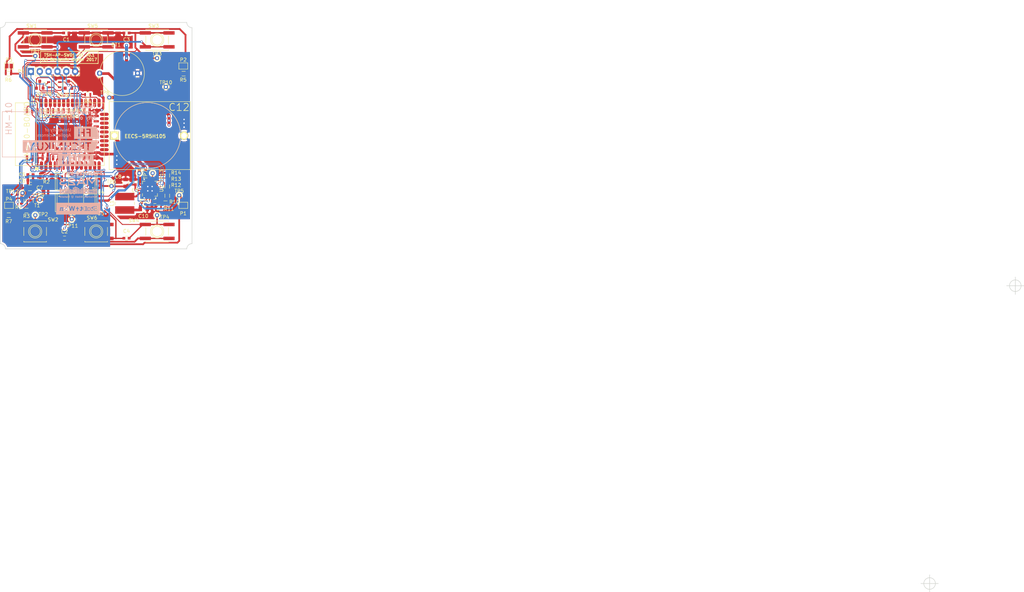
<source format=kicad_pcb>
(kicad_pcb (version 4) (host pcbnew 4.0.6)
  (layers (0 F.Cu signal hide) (31 B.Cu signal) (34 B.Paste user) (35 F.Paste user) (36 B.SilkS user) (37 F.SilkS user) (38 B.Mask user) (39 F.Mask user) (44 Edge.Cuts user))
  (net 0 "")
  (net 1 "Net-(BT1-Pad1)")
  (net 2 GND)
  (net 3 /B1)
  (net 4 /B2)
  (net 5 /B3)
  (net 6 /B4)
  (net 7 VCC)
  (net 8 /VSTOR)
  (net 9 /VINDC)
  (net 10 "Net-(C11-Pad1)")
  (net 11 "Net-(C12-Pad1)")
  (net 12 "Net-(L1-Pad2)")
  (net 13 "Net-(P1-Pad2)")
  (net 14 "Net-(P2-Pad2)")
  (net 15 "Net-(P3-Pad2)")
  (net 16 /DTR)
  (net 17 /RX)
  (net 18 /TX)
  (net 19 /CTS)
  (net 20 /VSOLAR)
  (net 21 "Net-(Q3-Pad1)")
  (net 22 /EN)
  (net 23 "Net-(Q4-Pad1)")
  (net 24 /GPIO0)
  (net 25 /GPIO_SWOFF)
  (net 26 /GPIO_SWON)
  (net 27 "Net-(R10-Pad1)")
  (net 28 "Net-(R10-Pad2)")
  (net 29 "Net-(R12-Pad2)")
  (net 30 "Net-(R13-Pad2)")
  (net 31 "Net-(U2-Pad9)")
  (net 32 "Net-(U2-Pad10)")
  (net 33 "Net-(U3-Pad5)")
  (net 34 "Net-(U5-Pad5)")
  (net 35 "Net-(TP13-Pad1)")
  (module ESP32-footprints-Lib:ESP32-WROOM (layer F.Cu) (at 68.4452 55.9646 270)
    (fp_text reference U1 (at -10.114 7.075 360) (layer F.SilkS))
    (fp_text value ESP32-WROOM)
    (fp_text user "Espressif Systems" (at -6.858 -0.889 360) (layer F.SilkS))
    (fp_text user ESP32-WROOM (at -5.207 0.254 360) (layer F.SilkS))
    (pad 38 smd oval (at -9 5.25 270) (size 2.5 0.9) (layers F.Cu F.Paste F.Mask) (net 2 GND))
    (pad 37 smd oval (at -9 3.98 270) (size 2.5 0.9) (layers F.Cu F.Paste F.Mask) (net 3 /B1))
    (pad 36 smd oval (at -9 2.71 270) (size 2.5 0.9) (layers F.Cu F.Paste F.Mask) (net 5 /B3))
    (pad 35 smd oval (at -9 1.44 270) (size 2.5 0.9) (layers F.Cu F.Paste F.Mask) (net 17 /RX))
    (pad 34 smd oval (at -9 0.17 270) (size 2.5 0.9) (layers F.Cu F.Paste F.Mask) (net 18 /TX))
    (pad 33 smd oval (at -9 -1.1 270) (size 2.5 0.9) (layers F.Cu F.Paste F.Mask))
    (pad 32 smd oval (at -9 -2.37 270) (size 2.5 0.9) (layers F.Cu F.Paste F.Mask))
    (pad 31 smd oval (at -9 -3.64 270) (size 2.5 0.9) (layers F.Cu F.Paste F.Mask))
    (pad 30 smd oval (at -9 -4.91 270) (size 2.5 0.9) (layers F.Cu F.Paste F.Mask))
    (pad 29 smd oval (at -9 -6.18 270) (size 2.5 0.9) (layers F.Cu F.Paste F.Mask))
    (pad 28 smd oval (at -9 -7.45 270) (size 2.5 0.9) (layers F.Cu F.Paste F.Mask))
    (pad 27 smd oval (at -9 -8.72 270) (size 2.5 0.9) (layers F.Cu F.Paste F.Mask))
    (pad 26 smd oval (at -9 -9.99 270) (size 2.5 0.9) (layers F.Cu F.Paste F.Mask))
    (pad 25 smd oval (at -9 -11.26 270) (size 2.5 0.9) (layers F.Cu F.Paste F.Mask) (net 24 /GPIO0))
    (pad 24 smd oval (at -5.715 -12.75 270) (size 0.9 2.5) (layers F.Cu F.Paste F.Mask))
    (pad 23 smd oval (at -4.445 -12.75 270) (size 0.9 2.5) (layers F.Cu F.Paste F.Mask))
    (pad 22 smd oval (at -3.175 -12.75 270) (size 0.9 2.5) (layers F.Cu F.Paste F.Mask))
    (pad 21 smd oval (at -1.905 -12.75 270) (size 0.9 2.5) (layers F.Cu F.Paste F.Mask))
    (pad 20 smd oval (at -0.635 -12.75 270) (size 0.9 2.5) (layers F.Cu F.Paste F.Mask))
    (pad 19 smd oval (at 0.635 -12.75 270) (size 0.9 2.5) (layers F.Cu F.Paste F.Mask))
    (pad 18 smd oval (at 1.905 -12.75 270) (size 0.9 2.5) (layers F.Cu F.Paste F.Mask))
    (pad 17 smd oval (at 3.175 -12.75 270) (size 0.9 2.5) (layers F.Cu F.Paste F.Mask))
    (pad 16 smd oval (at 4.445 -12.75 270) (size 0.9 2.5) (layers F.Cu F.Paste F.Mask))
    (pad 15 smd oval (at 5.715 -12.75 270) (size 0.9 2.5) (layers F.Cu F.Paste F.Mask) (net 2 GND))
    (pad 14 smd oval (at 9 -11.26 270) (size 2.5 0.9) (layers F.Cu F.Paste F.Mask))
    (pad 13 smd oval (at 9 -9.99 270) (size 2.5 0.9) (layers F.Cu F.Paste F.Mask) (net 6 /B4))
    (pad 12 smd oval (at 9 -8.72 270) (size 2.5 0.9) (layers F.Cu F.Paste F.Mask))
    (pad 11 smd oval (at 9 -7.45 270) (size 2.5 0.9) (layers F.Cu F.Paste F.Mask) (net 4 /B2))
    (pad 10 smd oval (at 9 -6.18 270) (size 2.5 0.9) (layers F.Cu F.Paste F.Mask))
    (pad 9 smd oval (at 9 -4.91 270) (size 2.5 0.9) (layers F.Cu F.Paste F.Mask))
    (pad 8 smd oval (at 9 -3.64 270) (size 2.5 0.9) (layers F.Cu F.Paste F.Mask) (net 25 /GPIO_SWOFF))
    (pad 7 smd oval (at 9 -2.37 270) (size 2.5 0.9) (layers F.Cu F.Paste F.Mask))
    (pad 6 smd oval (at 9 -1.1 270) (size 2.5 0.6) (layers F.Cu F.Paste F.Mask))
    (pad 5 smd oval (at 9 0.17 270) (size 2.5 0.6) (layers F.Cu F.Paste F.Mask))
    (pad 4 smd oval (at 9 1.44 270) (size 2.5 0.6) (layers F.Cu F.Paste F.Mask))
    (pad 3 smd oval (at 9 2.71 270) (size 2.5 0.9) (layers F.Cu F.Paste F.Mask) (net 22 /EN))
    (pad 2 smd oval (at 9 3.98 270) (size 2.5 0.9) (layers F.Cu F.Paste F.Mask) (net 7 VCC))
    (pad 1 smd oval (at 9 5.25 270) (size 2.5 0.9) (layers F.Cu F.Paste F.Mask) (net 2 GND))
    (pad 39 smd rect (at 0.3 -2.45 270) (size 6 6) (layers F.Cu F.Paste F.Mask) (net 2 GND))
  )
  (module Connect:PINTST (layer F.Cu) (at 61.4172 33.5026)
    (fp_text reference TP1 (at 0 -1.26746) (layer F.SilkS))
    (fp_text value TEST)
    (pad 1 thru_hole circle (at 0 0) (size 1.143 1.143) (drill 0.635) (layers *.Cu *.Mask) (net 3 /B1))
  )
  (module Capacitors_SMD:C_0603 (layer F.Cu) (at 70.3072 26.8986)
    (fp_text reference C1 (at 0 1.905) (layer F.SilkS))
    (fp_text value 470nF)
    (pad 1 smd rect (at -0.75 0) (size 0.8 0.75) (layers F.Cu F.Paste F.Mask) (net 3 /B1))
    (pad 2 smd rect (at 0.75 0) (size 0.8 0.75) (layers F.Cu F.Paste F.Mask) (net 2 GND))
  )
  (module Capacitors_SMD:C_0603 (layer F.Cu) (at 69.7992 85.8266)
    (fp_text reference C2 (at 0 -1.9) (layer F.SilkS))
    (fp_text value 470nF)
    (pad 1 smd rect (at -0.75 0) (size 0.8 0.75) (layers F.Cu F.Paste F.Mask) (net 4 /B2))
    (pad 2 smd rect (at 0.75 0) (size 0.8 0.75) (layers F.Cu F.Paste F.Mask) (net 2 GND))
  )
  (module Capacitors_SMD:C_0603 (layer F.Cu) (at 87.5792 26.8986 180)
    (fp_text reference C3 (at 0 -1.9 180) (layer F.SilkS))
    (fp_text value 470nF)
    (pad 1 smd rect (at -0.75 0 180) (size 0.8 0.75) (layers F.Cu F.Paste F.Mask) (net 5 /B3))
    (pad 2 smd rect (at 0.75 0 180) (size 0.8 0.75) (layers F.Cu F.Paste F.Mask) (net 2 GND))
  )
  (module Capacitors_SMD:C_0603 (layer F.Cu) (at 87.5792 85.8266 180)
    (fp_text reference C4 (at 0 2.032 180) (layer F.SilkS))
    (fp_text value 470nF)
    (pad 1 smd rect (at -0.75 0 180) (size 0.8 0.75) (layers F.Cu F.Paste F.Mask) (net 6 /B4))
    (pad 2 smd rect (at 0.75 0 180) (size 0.8 0.75) (layers F.Cu F.Paste F.Mask) (net 2 GND))
  )
  (module Capacitors_SMD:C_0603 (layer F.Cu) (at 60.0202 67.5386 180)
    (fp_text reference C5 (at 2.413 0 180) (layer F.SilkS))
    (fp_text value 100nF)
    (pad 1 smd rect (at -0.75 0 180) (size 0.8 0.75) (layers F.Cu F.Paste F.Mask) (net 7 VCC))
    (pad 2 smd rect (at 0.75 0 180) (size 0.8 0.75) (layers F.Cu F.Paste F.Mask) (net 2 GND))
  )
  (module Capacitors_SMD:C_0603 (layer F.Cu) (at 60.0202 69.1896 180)
    (fp_text reference C6 (at 2.413 -0.127 180) (layer F.SilkS))
    (fp_text value 1uF)
    (pad 1 smd rect (at -0.75 0 180) (size 0.8 0.75) (layers F.Cu F.Paste F.Mask) (net 7 VCC))
    (pad 2 smd rect (at 0.75 0 180) (size 0.8 0.75) (layers F.Cu F.Paste F.Mask) (net 2 GND))
  )
  (module Capacitors_SMD:C_0805 (layer F.Cu) (at 59.8932 71.3486 180)
    (fp_text reference C7 (at -2.794 0 180) (layer F.SilkS))
    (fp_text value 10uF)
    (pad 1 smd rect (at -1 0 180) (size 1 1.25) (layers F.Cu F.Paste F.Mask) (net 7 VCC))
    (pad 2 smd rect (at 1 0 180) (size 1 1.25) (layers F.Cu F.Paste F.Mask) (net 2 GND))
  )
  (module Capacitors_SMD:C_0805 (layer F.Cu) (at 87.3252 69.9516 90)
    (fp_text reference C8 (at 1.778 -2.159 180) (layer F.SilkS))
    (fp_text value 10uF)
    (pad 1 smd rect (at -1 0 90) (size 1 1.25) (layers F.Cu F.Paste F.Mask) (net 8 /VSTOR))
    (pad 2 smd rect (at 1 0 90) (size 1 1.25) (layers F.Cu F.Paste F.Mask) (net 2 GND))
  )
  (module Capacitors_SMD:C_0603 (layer F.Cu) (at 90.1192 69.6976 90)
    (fp_text reference C9 (at -2.413 -0.127 180) (layer F.SilkS))
    (fp_text value 100nF)
    (pad 1 smd rect (at -0.75 0 90) (size 0.8 0.75) (layers F.Cu F.Paste F.Mask) (net 8 /VSTOR))
    (pad 2 smd rect (at 0.75 0 90) (size 0.8 0.75) (layers F.Cu F.Paste F.Mask) (net 2 GND))
  )
  (module Capacitors_SMD:C_0805 (layer F.Cu) (at 92.5322 77.4446)
    (fp_text reference C10 (at -0.127 2.032) (layer F.SilkS))
    (fp_text value 4.7uF)
    (pad 1 smd rect (at -1 0) (size 1 1.25) (layers F.Cu F.Paste F.Mask) (net 9 /VINDC))
    (pad 2 smd rect (at 1 0) (size 1 1.25) (layers F.Cu F.Paste F.Mask) (net 2 GND))
  )
  (module Capacitors_SMD:C_0603 (layer F.Cu) (at 95.7072 75.2856)
    (fp_text reference C11 (at -2.794 -0.127) (layer F.SilkS))
    (fp_text value 10nF)
    (pad 1 smd rect (at -0.75 0) (size 0.8 0.75) (layers F.Cu F.Paste F.Mask) (net 10 "Net-(C11-Pad1)"))
    (pad 2 smd rect (at 0.75 0) (size 0.8 0.75) (layers F.Cu F.Paste F.Mask) (net 2 GND))
  )
  (module Panasonic-EEC-EECR-EECF-EECS:Panasonic-EEC-EECR-EECF-EECS-CAP_EECS5R5H (layer F.Cu) (at 92.9386 56.3626)
    (fp_text reference C12 (at 9.7155 -8.128) (layer F.SilkS) (effects (font (size 2.0828 2.0828) (thickness 0.2032))))
    (fp_text value EECS-5R5H105 (at 0 0.1905) (layer F.SilkS) (effects (font (thickness 0.2032))))
    (pad 1 thru_hole rect (at -8.83666 0) (size 2.4003 2.4003) (drill 1.6002) (layers *.Cu F.Paste F.SilkS F.Mask) (net 11 "Net-(C12-Pad1)"))
    (pad 2 thru_hole circle (at 11.1506 0) (size 2.4003 2.4003) (drill 1.6002) (layers *.Cu F.Paste F.SilkS F.Mask) (net 2 GND))
  )
  (module Choke_SMD:Choke_SMD_Wuerth-WE-PD2-Typ-MS (layer F.Cu) (at 87.0712 75.7936 90)
    (fp_text reference L1 (at 0 -3.7465 90) (layer F.SilkS))
    (fp_text value 22uH)
    (pad 1 smd rect (at -1.9304 0 90) (size 2.14884 5.4991) (layers F.Cu F.Paste F.Mask) (net 9 /VINDC))
    (pad 2 smd rect (at 1.9304 0 90) (size 2.14884 5.4991) (layers F.Cu F.Paste F.Mask) (net 12 "Net-(L1-Pad2)"))
  )
  (module Connect:GS2 (layer F.Cu) (at 103.8672 76.3826 90)
    (fp_text reference P1 (at -2.332 -0.032 180) (layer F.SilkS))
    (fp_text value CONN_01X02)
    (pad 1 smd rect (at 0 -0.635 90) (size 1.27 0.9652) (layers F.Cu F.Paste F.Mask) (net 9 /VINDC))
    (pad 2 smd rect (at 0 0.635 90) (size 1.27 0.9652) (layers F.Cu F.Paste F.Mask) (net 13 "Net-(P1-Pad2)"))
  )
  (module Connect:GS2 (layer F.Cu) (at 103.8672 36.3826 90)
    (fp_text reference P2 (at 1.778 0 180) (layer F.SilkS))
    (fp_text value CONN_01X02)
    (pad 1 smd rect (at 0 -0.635 90) (size 1.27 0.9652) (layers F.Cu F.Paste F.Mask) (net 13 "Net-(P1-Pad2)"))
    (pad 2 smd rect (at 0 0.635 90) (size 1.27 0.9652) (layers F.Cu F.Paste F.Mask) (net 14 "Net-(P2-Pad2)"))
  )
  (module Connect:GS2 (layer F.Cu) (at 53.8672 36.3826 90)
    (fp_text reference P3 (at 1.778 0 180) (layer F.SilkS))
    (fp_text value CONN_01X02)
    (pad 1 smd rect (at 0 -0.635 90) (size 1.27 0.9652) (layers F.Cu F.Paste F.Mask) (net 14 "Net-(P2-Pad2)"))
    (pad 2 smd rect (at 0 0.635 90) (size 1.27 0.9652) (layers F.Cu F.Paste F.Mask) (net 15 "Net-(P3-Pad2)"))
  )
  (module Connect:GS2 (layer F.Cu) (at 53.8672 76.3826 90)
    (fp_text reference P4 (at 1.778 0 180) (layer F.SilkS))
    (fp_text value CONN_01X02)
    (pad 1 smd rect (at 0 -0.635 90) (size 1.27 0.9652) (layers F.Cu F.Paste F.Mask) (net 15 "Net-(P3-Pad2)"))
    (pad 2 smd rect (at 0 0.635 90) (size 1.27 0.9652) (layers F.Cu F.Paste F.Mask) (net 2 GND))
  )
  (module Pin_Headers:Pin_Header_Straight_1x06 (layer F.Cu) (at 60.1472 37.9476 90)
    (fp_text reference P5 (at 0 -2.794 180) (layer F.SilkS))
    (fp_text value CONN_01X06)
    (pad 1 thru_hole rect (at 0 0 90) (size 2.032 1.7272) (drill 1.016) (layers *.Cu *.Mask) (net 16 /DTR))
    (pad 2 thru_hole oval (at 0 2.54 90) (size 2.032 1.7272) (drill 1.016) (layers *.Cu *.Mask) (net 17 /RX))
    (pad 3 thru_hole oval (at 0 5.08 90) (size 2.032 1.7272) (drill 1.016) (layers *.Cu *.Mask) (net 18 /TX))
    (pad 4 thru_hole oval (at 0 7.62 90) (size 2.032 1.7272) (drill 1.016) (layers *.Cu *.Mask) (net 7 VCC))
    (pad 5 thru_hole oval (at 0 10.16 90) (size 2.032 1.7272) (drill 1.016) (layers *.Cu *.Mask) (net 19 /CTS))
    (pad 6 thru_hole oval (at 0 12.7 90) (size 2.032 1.7272) (drill 1.016) (layers *.Cu *.Mask) (net 2 GND))
  )
  (module TO_SOT_Packages_SMD:SOT-23 (layer F.Cu) (at 70.9422 41.7576 90)
    (fp_text reference Q3 (at -2.921 -0.127 180) (layer F.SilkS))
    (fp_text value BC847)
    (pad 1 smd rect (at -1 -0.95 90) (size 0.9 0.8) (layers F.Cu F.Paste F.Mask) (net 21 "Net-(Q3-Pad1)"))
    (pad 2 smd rect (at -1 0.95 90) (size 0.9 0.8) (layers F.Cu F.Paste F.Mask) (net 19 /CTS))
    (pad 3 smd rect (at 1 0 90) (size 0.9 0.8) (layers F.Cu F.Paste F.Mask) (net 22 /EN))
  )
  (module TO_SOT_Packages_SMD:SOT-23 (layer F.Cu) (at 62.6872 41.7576 90)
    (fp_text reference Q4 (at -2.667 0 180) (layer F.SilkS))
    (fp_text value BC847)
    (pad 1 smd rect (at -1 -0.95 90) (size 0.9 0.8) (layers F.Cu F.Paste F.Mask) (net 23 "Net-(Q4-Pad1)"))
    (pad 2 smd rect (at -1 0.95 90) (size 0.9 0.8) (layers F.Cu F.Paste F.Mask) (net 16 /DTR))
    (pad 3 smd rect (at 1 0 90) (size 0.9 0.8) (layers F.Cu F.Paste F.Mask) (net 24 /GPIO0))
  )
  (module Resistors_SMD:R_0603 (layer F.Cu) (at 57.4802 75.0951 270)
    (fp_text reference R1 (at 1.8415 0.889 360) (layer F.SilkS))
    (fp_text value 10k)
    (pad 1 smd rect (at -0.75 0 270) (size 0.5 0.9) (layers F.Cu F.Paste F.Mask) (net 7 VCC))
    (pad 2 smd rect (at 0.75 0 270) (size 0.5 0.9) (layers F.Cu F.Paste F.Mask) (net 25 /GPIO_SWOFF))
  )
  (module Resistors_SMD:R_0603 (layer F.Cu) (at 62.9412 68.2371 180)
    (fp_text reference R2 (at -1.651 -1.397 180) (layer F.SilkS))
    (fp_text value 10k)
    (pad 1 smd rect (at -0.75 0 180) (size 0.5 0.9) (layers F.Cu F.Paste F.Mask) (net 22 /EN))
    (pad 2 smd rect (at 0.75 0 180) (size 0.5 0.9) (layers F.Cu F.Paste F.Mask) (net 7 VCC))
  )
  (module Resistors_SMD:R_0603 (layer F.Cu) (at 58.8772 77.8891 180)
    (fp_text reference R3 (at 0 -1.5875 180) (layer F.SilkS))
    (fp_text value 100k)
    (pad 1 smd rect (at -0.75 0 180) (size 0.5 0.9) (layers F.Cu F.Paste F.Mask) (net 26 /GPIO_SWON))
    (pad 2 smd rect (at 0.75 0 180) (size 0.5 0.9) (layers F.Cu F.Paste F.Mask) (net 20 /VSOLAR))
  )
  (module Resistors_SMD:R_0603 (layer F.Cu) (at 76.454 44.577 180)
    (fp_text reference R4 (at 0 -1.9 180) (layer F.SilkS))
    (fp_text value 10k)
    (pad 1 smd rect (at -0.75 0 180) (size 0.5 0.9) (layers F.Cu F.Paste F.Mask) (net 24 /GPIO0))
    (pad 2 smd rect (at 0.75 0 180) (size 0.5 0.9) (layers F.Cu F.Paste F.Mask) (net 7 VCC))
  )
  (module Resistors_SMD:R_0603 (layer F.Cu) (at 103.9622 38.5826)
    (fp_text reference R5 (at -0.127 1.778) (layer F.SilkS))
    (fp_text value 0R)
    (pad 1 smd rect (at -0.75 0) (size 0.5 0.9) (layers F.Cu F.Paste F.Mask) (net 13 "Net-(P1-Pad2)"))
    (pad 2 smd rect (at 0.75 0) (size 0.5 0.9) (layers F.Cu F.Paste F.Mask) (net 14 "Net-(P2-Pad2)"))
  )
  (module Resistors_SMD:R_0603 (layer F.Cu) (at 53.6822 38.5826)
    (fp_text reference R6 (at 0 1.778) (layer F.SilkS))
    (fp_text value 0R)
    (pad 1 smd rect (at -0.75 0) (size 0.5 0.9) (layers F.Cu F.Paste F.Mask) (net 14 "Net-(P2-Pad2)"))
    (pad 2 smd rect (at 0.75 0) (size 0.5 0.9) (layers F.Cu F.Paste F.Mask) (net 15 "Net-(P3-Pad2)"))
  )
  (module Resistors_SMD:R_0603 (layer F.Cu) (at 53.7972 79.2226)
    (fp_text reference R7 (at 0 1.778) (layer F.SilkS))
    (fp_text value 0R)
    (pad 1 smd rect (at -0.75 0) (size 0.5 0.9) (layers F.Cu F.Paste F.Mask) (net 15 "Net-(P3-Pad2)"))
    (pad 2 smd rect (at 0.75 0) (size 0.5 0.9) (layers F.Cu F.Paste F.Mask) (net 2 GND))
  )
  (module Resistors_SMD:R_0603 (layer F.Cu) (at 65.2272 41.7576 90)
    (fp_text reference R8 (at -2.667 0 180) (layer F.SilkS))
    (fp_text value 10k)
    (pad 1 smd rect (at -0.75 0 90) (size 0.5 0.9) (layers F.Cu F.Paste F.Mask) (net 21 "Net-(Q3-Pad1)"))
    (pad 2 smd rect (at 0.75 0 90) (size 0.5 0.9) (layers F.Cu F.Paste F.Mask) (net 16 /DTR))
  )
  (module Resistors_SMD:R_0603 (layer F.Cu) (at 68.4022 41.7576 90)
    (fp_text reference R9 (at -2.921 0.127 180) (layer F.SilkS))
    (fp_text value 10k)
    (pad 1 smd rect (at -0.75 0 90) (size 0.5 0.9) (layers F.Cu F.Paste F.Mask) (net 23 "Net-(Q4-Pad1)"))
    (pad 2 smd rect (at 0.75 0 90) (size 0.5 0.9) (layers F.Cu F.Paste F.Mask) (net 19 /CTS))
  )
  (module Resistors_SMD:R_0603 (layer F.Cu) (at 98.7552 75.7936 180)
    (fp_text reference R10 (at -2.54 0.381 180) (layer F.SilkS))
    (fp_text value 6,2M)
    (pad 1 smd rect (at -0.75 0 180) (size 0.5 0.9) (layers F.Cu F.Paste F.Mask) (net 27 "Net-(R10-Pad1)"))
    (pad 2 smd rect (at 0.75 0 180) (size 0.5 0.9) (layers F.Cu F.Paste F.Mask) (net 28 "Net-(R10-Pad2)"))
  )
  (module Resistors_SMD:R_0603 (layer F.Cu) (at 96.7232 77.0636 180)
    (fp_text reference R11 (at -3.048 -0.381 180) (layer F.SilkS))
    (fp_text value 6,8M)
    (pad 1 smd rect (at -0.75 0 180) (size 0.5 0.9) (layers F.Cu F.Paste F.Mask) (net 28 "Net-(R10-Pad2)"))
    (pad 2 smd rect (at 0.75 0 180) (size 0.5 0.9) (layers F.Cu F.Paste F.Mask) (net 2 GND))
  )
  (module Resistors_SMD:R_0603 (layer F.Cu) (at 99.2632 73.6346 90)
    (fp_text reference R12 (at 3.048 2.54 180) (layer F.SilkS))
    (fp_text value 2.7M)
    (pad 1 smd rect (at -0.75 0 90) (size 0.5 0.9) (layers F.Cu F.Paste F.Mask) (net 27 "Net-(R10-Pad1)"))
    (pad 2 smd rect (at 0.75 0 90) (size 0.5 0.9) (layers F.Cu F.Paste F.Mask) (net 29 "Net-(R12-Pad2)"))
  )
  (module Resistors_SMD:R_0603 (layer F.Cu) (at 99.2632 70.9796 90)
    (fp_text reference R13 (at 2.171 2.54 180) (layer F.SilkS))
    (fp_text value 4.7M)
    (pad 1 smd rect (at -0.75 0 90) (size 0.5 0.9) (layers F.Cu F.Paste F.Mask) (net 29 "Net-(R12-Pad2)"))
    (pad 2 smd rect (at 0.75 0 90) (size 0.5 0.9) (layers F.Cu F.Paste F.Mask) (net 30 "Net-(R13-Pad2)"))
  )
  (module Resistors_SMD:R_0603 (layer F.Cu) (at 99.2632 67.8046 90)
    (fp_text reference R14 (at 0.774 2.54 180) (layer F.SilkS))
    (fp_text value 5.6M)
    (pad 1 smd rect (at -0.75 0 90) (size 0.5 0.9) (layers F.Cu F.Paste F.Mask) (net 30 "Net-(R13-Pad2)"))
    (pad 2 smd rect (at 0.75 0 90) (size 0.5 0.9) (layers F.Cu F.Paste F.Mask) (net 2 GND))
  )
  (module Buttons_Switches_SMD:SW_SPST_EVQQ2 (layer F.Cu) (at 61.3672 28.8826)
    (fp_text reference SW1 (at -1 -4) (layer F.SilkS))
    (fp_text value SW_Push)
    (pad 1 smd rect (at 3.4 -2) (size 3.2 1) (layers F.Cu F.Paste F.Mask) (net 3 /B1))
    (pad 1 smd rect (at -3.4 -2) (size 3.2 1) (layers F.Cu F.Paste F.Mask) (net 3 /B1))
    (pad 2 smd rect (at -3.4 2) (size 3.2 1) (layers F.Cu F.Paste F.Mask) (net 7 VCC))
    (pad 2 smd rect (at 3.4 2) (size 3.2 1) (layers F.Cu F.Paste F.Mask) (net 7 VCC))
  )
  (module Buttons_Switches_SMD:SW_SPST_EVQQ2 (layer F.Cu) (at 61.3672 83.8826)
    (fp_text reference SW2 (at 5.13 -3.39) (layer F.SilkS))
    (fp_text value SW_Push)
    (pad 1 smd rect (at 3.4 -2) (size 3.2 1) (layers F.Cu F.Paste F.Mask) (net 4 /B2))
    (pad 1 smd rect (at -3.4 -2) (size 3.2 1) (layers F.Cu F.Paste F.Mask) (net 4 /B2))
    (pad 2 smd rect (at -3.4 2) (size 3.2 1) (layers F.Cu F.Paste F.Mask) (net 7 VCC))
    (pad 2 smd rect (at 3.4 2) (size 3.2 1) (layers F.Cu F.Paste F.Mask) (net 7 VCC))
  )
  (module Buttons_Switches_SMD:SW_SPST_EVQQ2 (layer F.Cu) (at 96.3672 28.8826)
    (fp_text reference SW3 (at -1 -4) (layer F.SilkS))
    (fp_text value SW_Push)
    (pad 1 smd rect (at 3.4 -2) (size 3.2 1) (layers F.Cu F.Paste F.Mask) (net 5 /B3))
    (pad 1 smd rect (at -3.4 -2) (size 3.2 1) (layers F.Cu F.Paste F.Mask) (net 5 /B3))
    (pad 2 smd rect (at -3.4 2) (size 3.2 1) (layers F.Cu F.Paste F.Mask) (net 7 VCC))
    (pad 2 smd rect (at 3.4 2) (size 3.2 1) (layers F.Cu F.Paste F.Mask) (net 7 VCC))
  )
  (module Buttons_Switches_SMD:SW_SPST_EVQQ2 (layer F.Cu) (at 96.3672 83.8826)
    (fp_text reference SW4 (at -6.6925 -3.136) (layer F.SilkS))
    (fp_text value SW_Push)
    (pad 1 smd rect (at 3.4 -2) (size 3.2 1) (layers F.Cu F.Paste F.Mask) (net 6 /B4))
    (pad 1 smd rect (at -3.4 -2) (size 3.2 1) (layers F.Cu F.Paste F.Mask) (net 6 /B4))
    (pad 2 smd rect (at -3.4 2) (size 3.2 1) (layers F.Cu F.Paste F.Mask) (net 7 VCC))
    (pad 2 smd rect (at 3.4 2) (size 3.2 1) (layers F.Cu F.Paste F.Mask) (net 7 VCC))
  )
  (module Buttons_Switches_SMD:SW_SPST_EVQQ2 (layer F.Cu) (at 78.8672 28.8826)
    (fp_text reference SW5 (at -1 -4) (layer F.SilkS))
    (fp_text value SW_Push)
    (pad 1 smd rect (at 3.4 -2) (size 3.2 1) (layers F.Cu F.Paste F.Mask) (net 2 GND))
    (pad 1 smd rect (at -3.4 -2) (size 3.2 1) (layers F.Cu F.Paste F.Mask) (net 2 GND))
    (pad 2 smd rect (at -3.4 2) (size 3.2 1) (layers F.Cu F.Paste F.Mask) (net 26 /GPIO_SWON))
    (pad 2 smd rect (at 3.4 2) (size 3.2 1) (layers F.Cu F.Paste F.Mask) (net 26 /GPIO_SWON))
  )
  (module Buttons_Switches_SMD:SW_SPST_EVQQ2 (layer F.Cu) (at 78.8672 83.8826 180)
    (fp_text reference SW6 (at 1.194 3.898 180) (layer F.SilkS))
    (fp_text value SW_Push)
    (pad 1 smd rect (at 3.4 -2 180) (size 3.2 1) (layers F.Cu F.Paste F.Mask) (net 2 GND))
    (pad 1 smd rect (at -3.4 -2 180) (size 3.2 1) (layers F.Cu F.Paste F.Mask) (net 2 GND))
    (pad 2 smd rect (at -3.4 2 180) (size 3.2 1) (layers F.Cu F.Paste F.Mask) (net 26 /GPIO_SWON))
    (pad 2 smd rect (at 3.4 2 180) (size 3.2 1) (layers F.Cu F.Paste F.Mask) (net 26 /GPIO_SWON))
  )
  (module TO_SOT_Packages_SMD:SC-70-6 (layer F.Cu) (at 59.7662 75.0316 180)
    (fp_text reference T1 (at -2.159 -1.397 180) (layer F.SilkS))
    (fp_text value NX3008CBKS)
    (pad 1 smd rect (at -0.65024 0.94996 180) (size 0.39878 0.7493) (layers F.Cu F.Paste F.Mask) (net 2 GND))
    (pad 2 smd rect (at 0 0.94996 180) (size 0.39878 0.7493) (layers F.Cu F.Paste F.Mask) (net 25 /GPIO_SWOFF))
    (pad 3 smd rect (at 0.65024 0.94996 180) (size 0.39878 0.7493) (layers F.Cu F.Paste F.Mask) (net 7 VCC))
    (pad 4 smd rect (at 0.65024 -0.94996 180) (size 0.39878 0.7493) (layers F.Cu F.Paste F.Mask) (net 20 /VSOLAR))
    (pad 5 smd rect (at 0 -0.94996 180) (size 0.39878 0.7493) (layers F.Cu F.Paste F.Mask) (net 26 /GPIO_SWON))
    (pad 6 smd rect (at -0.65024 -0.94996 180) (size 0.39878 0.7493) (layers F.Cu F.Paste F.Mask) (net 26 /GPIO_SWON))
  )
  (module Connect:PINTST (layer F.Cu) (at 61.4172 79.2226)
    (fp_text reference TP2 (at 2.286 -0.254) (layer F.SilkS))
    (fp_text value TEST)
    (pad 1 thru_hole circle (at 0 0) (size 1.143 1.143) (drill 0.635) (layers *.Cu *.Mask) (net 4 /B2))
  )
  (module Connect:PINTST (layer F.Cu) (at 96.3422 34.1376)
    (fp_text reference TP3 (at 0 -1.26746) (layer F.SilkS))
    (fp_text value TEST)
    (pad 1 thru_hole circle (at 0 0) (size 1.143 1.143) (drill 0.635) (layers *.Cu *.Mask) (net 5 /B3))
  )
  (module Connect:PINTST (layer F.Cu) (at 96.3422 79.2226)
    (fp_text reference TP4 (at 2.159 0.508) (layer F.SilkS))
    (fp_text value TEST)
    (pad 1 thru_hole circle (at 0 0) (size 1.143 1.143) (drill 0.635) (layers *.Cu *.Mask) (net 6 /B4))
  )
  (module Connect:PINTST (layer F.Cu) (at 102.6922 73.5076)
    (fp_text reference TP5 (at 0 -1.26746) (layer F.SilkS))
    (fp_text value TEST)
    (pad 1 thru_hole circle (at 0 0) (size 1.143 1.143) (drill 0.635) (layers *.Cu *.Mask) (net 9 /VINDC))
  )
  (module Connect:PINTST (layer F.Cu) (at 83.2612 70.8406)
    (fp_text reference TP6 (at 0 -1.26746) (layer F.SilkS))
    (fp_text value TEST)
    (pad 1 thru_hole circle (at 0 0) (size 1.143 1.143) (drill 0.635) (layers *.Cu *.Mask) (net 8 /VSTOR))
  )
  (module Connect:PINTST (layer F.Cu) (at 91.2622 67.1576)
    (fp_text reference TP7 (at 1.778 0.381 90) (layer F.SilkS))
    (fp_text value TEST)
    (pad 1 thru_hole circle (at 0 0) (size 1.143 1.143) (drill 0.635) (layers *.Cu *.Mask) (net 11 "Net-(C12-Pad1)"))
  )
  (module Connect:PINTST (layer F.Cu) (at 82.6262 45.4406)
    (fp_text reference TP8 (at -1.27 -1.397) (layer F.SilkS))
    (fp_text value TEST)
    (pad 1 thru_hole circle (at 0 0) (size 1.143 1.143) (drill 0.635) (layers *.Cu *.Mask) (net 1 "Net-(BT1-Pad1)"))
  )
  (module Connect:PINTST (layer F.Cu) (at 62.6872 74.7776)
    (fp_text reference TP9 (at 0 -1.26746) (layer F.SilkS))
    (fp_text value TEST)
    (pad 1 thru_hole circle (at 0 0) (size 1.143 1.143) (drill 0.635) (layers *.Cu *.Mask) (net 20 /VSOLAR))
  )
  (module Housings_DFN_QFN:QFN-20-1EP_4x4mm_Pitch0.5mm (layer F.Cu) (at 94.3002 71.6126 90)
    (fp_text reference U2 (at 0.01 3.312 270) (layer F.SilkS))
    (fp_text value BQ25505)
    (pad 1 smd rect (at -1.965 -1 90) (size 0.73 0.3) (layers F.Cu F.Paste F.Mask) (net 2 GND))
    (pad 2 smd rect (at -1.965 -0.5 90) (size 0.73 0.3) (layers F.Cu F.Paste F.Mask) (net 9 /VINDC))
    (pad 3 smd rect (at -1.965 0 90) (size 0.73 0.3) (layers F.Cu F.Paste F.Mask) (net 8 /VSTOR))
    (pad 4 smd rect (at -1.965 0.5 90) (size 0.73 0.3) (layers F.Cu F.Paste F.Mask) (net 10 "Net-(C11-Pad1)"))
    (pad 5 smd rect (at -1.965 1 90) (size 0.73 0.3) (layers F.Cu F.Paste F.Mask) (net 2 GND))
    (pad 6 smd rect (at -1 1.965 180) (size 0.73 0.3) (layers F.Cu F.Paste F.Mask) (net 2 GND))
    (pad 7 smd rect (at -0.5 1.965 180) (size 0.73 0.3) (layers F.Cu F.Paste F.Mask) (net 28 "Net-(R10-Pad2)"))
    (pad 8 smd rect (at 0 1.965 180) (size 0.73 0.3) (layers F.Cu F.Paste F.Mask) (net 27 "Net-(R10-Pad1)"))
    (pad 9 smd rect (at 0.5 1.965 180) (size 0.73 0.3) (layers F.Cu F.Paste F.Mask) (net 31 "Net-(U2-Pad9)"))
    (pad 10 smd rect (at 1 1.965 180) (size 0.73 0.3) (layers F.Cu F.Paste F.Mask) (net 32 "Net-(U2-Pad10)"))
    (pad 11 smd rect (at 1.965 1 90) (size 0.73 0.3) (layers F.Cu F.Paste F.Mask) (net 29 "Net-(R12-Pad2)"))
    (pad 12 smd rect (at 1.965 0.5 90) (size 0.73 0.3) (layers F.Cu F.Paste F.Mask) (net 30 "Net-(R13-Pad2)"))
    (pad 13 smd rect (at 1.965 0 90) (size 0.73 0.3) (layers F.Cu F.Paste F.Mask) (net 35 "Net-(TP13-Pad1)"))
    (pad 14 smd rect (at 1.965 -0.5 90) (size 0.73 0.3) (layers F.Cu F.Paste F.Mask) (net 1 "Net-(BT1-Pad1)"))
    (pad 15 smd rect (at 1.965 -1 90) (size 0.73 0.3) (layers F.Cu F.Paste F.Mask) (net 2 GND))
    (pad 16 smd rect (at 1 -1.965 180) (size 0.73 0.3) (layers F.Cu F.Paste F.Mask) (net 2 GND))
    (pad 17 smd rect (at 0.5 -1.965 180) (size 0.73 0.3) (layers F.Cu F.Paste F.Mask) (net 2 GND))
    (pad 18 smd rect (at 0 -1.965 180) (size 0.73 0.3) (layers F.Cu F.Paste F.Mask) (net 11 "Net-(C12-Pad1)"))
    (pad 19 smd rect (at -0.5 -1.965 180) (size 0.73 0.3) (layers F.Cu F.Paste F.Mask) (net 8 /VSTOR))
    (pad 20 smd rect (at -1 -1.965 180) (size 0.73 0.3) (layers F.Cu F.Paste F.Mask) (net 12 "Net-(L1-Pad2)"))
    (pad 21 smd rect (at 0.625 0.625 90) (size 1.25 1.25) (layers F.Cu F.Paste F.Mask) (net 2 GND))
    (pad 21 smd rect (at 0.625 -0.625 90) (size 1.25 1.25) (layers F.Cu F.Paste F.Mask) (net 2 GND))
    (pad 21 smd rect (at -0.625 0.625 90) (size 1.25 1.25) (layers F.Cu F.Paste F.Mask) (net 2 GND))
    (pad 21 smd rect (at -0.625 -0.625 90) (size 1.25 1.25) (layers F.Cu F.Paste F.Mask) (net 2 GND))
  )
  (module Power_Integrations:SO-8 (layer F.Cu) (at 69.0372 69.4436 270)
    (fp_text reference U3 (at 3.175 -3.048 360) (layer F.SilkS))
    (fp_text value IRF7404)
    (pad 1 smd oval (at -1.905 2.794 270) (size 0.6096 1.4732) (layers F.Cu F.Paste F.Mask) (net 20 /VSOLAR))
    (pad 2 smd oval (at -0.635 2.794 270) (size 0.6096 1.4732) (layers F.Cu F.Paste F.Mask) (net 20 /VSOLAR))
    (pad 3 smd oval (at 0.635 2.794 270) (size 0.6096 1.4732) (layers F.Cu F.Paste F.Mask) (net 20 /VSOLAR))
    (pad 4 smd oval (at 1.905 2.794 270) (size 0.6096 1.4732) (layers F.Cu F.Paste F.Mask) (net 31 "Net-(U2-Pad9)"))
    (pad 5 smd oval (at 1.905 -2.794 270) (size 0.6096 1.4732) (layers F.Cu F.Paste F.Mask) (net 33 "Net-(U3-Pad5)"))
    (pad 6 smd oval (at 0.635 -2.794 270) (size 0.6096 1.4732) (layers F.Cu F.Paste F.Mask) (net 33 "Net-(U3-Pad5)"))
    (pad 7 smd oval (at -0.635 -2.794 270) (size 0.6096 1.4732) (layers F.Cu F.Paste F.Mask) (net 33 "Net-(U3-Pad5)"))
    (pad 8 smd oval (at -1.905 -2.794 270) (size 0.6096 1.4732) (layers F.Cu F.Paste F.Mask) (net 33 "Net-(U3-Pad5)"))
  )
  (module Power_Integrations:SO-8 (layer F.Cu) (at 77.1652 69.4436 90)
    (fp_text reference U4 (at -3.175 3.048 180) (layer F.SilkS))
    (fp_text value IRF7404)
    (pad 1 smd oval (at -1.905 2.794 90) (size 0.6096 1.4732) (layers F.Cu F.Paste F.Mask) (net 8 /VSTOR))
    (pad 2 smd oval (at -0.635 2.794 90) (size 0.6096 1.4732) (layers F.Cu F.Paste F.Mask) (net 8 /VSTOR))
    (pad 3 smd oval (at 0.635 2.794 90) (size 0.6096 1.4732) (layers F.Cu F.Paste F.Mask) (net 8 /VSTOR))
    (pad 4 smd oval (at 1.905 2.794 90) (size 0.6096 1.4732) (layers F.Cu F.Paste F.Mask) (net 31 "Net-(U2-Pad9)"))
    (pad 5 smd oval (at 1.905 -2.794 90) (size 0.6096 1.4732) (layers F.Cu F.Paste F.Mask) (net 33 "Net-(U3-Pad5)"))
    (pad 6 smd oval (at 0.635 -2.794 90) (size 0.6096 1.4732) (layers F.Cu F.Paste F.Mask) (net 33 "Net-(U3-Pad5)"))
    (pad 7 smd oval (at -0.635 -2.794 90) (size 0.6096 1.4732) (layers F.Cu F.Paste F.Mask) (net 33 "Net-(U3-Pad5)"))
    (pad 8 smd oval (at -1.905 -2.794 90) (size 0.6096 1.4732) (layers F.Cu F.Paste F.Mask) (net 33 "Net-(U3-Pad5)"))
  )
  (module Power_Integrations:SO-8 (layer F.Cu) (at 77.1652 75.6666 90)
    (fp_text reference U5 (at -3.048 3.048 180) (layer F.SilkS))
    (fp_text value IRF7404)
    (pad 1 smd oval (at -1.905 2.794 90) (size 0.6096 1.4732) (layers F.Cu F.Paste F.Mask) (net 1 "Net-(BT1-Pad1)"))
    (pad 2 smd oval (at -0.635 2.794 90) (size 0.6096 1.4732) (layers F.Cu F.Paste F.Mask) (net 1 "Net-(BT1-Pad1)"))
    (pad 3 smd oval (at 0.635 2.794 90) (size 0.6096 1.4732) (layers F.Cu F.Paste F.Mask) (net 1 "Net-(BT1-Pad1)"))
    (pad 4 smd oval (at 1.905 2.794 90) (size 0.6096 1.4732) (layers F.Cu F.Paste F.Mask) (net 32 "Net-(U2-Pad10)"))
    (pad 5 smd oval (at 1.905 -2.794 90) (size 0.6096 1.4732) (layers F.Cu F.Paste F.Mask) (net 34 "Net-(U5-Pad5)"))
    (pad 6 smd oval (at 0.635 -2.794 90) (size 0.6096 1.4732) (layers F.Cu F.Paste F.Mask) (net 34 "Net-(U5-Pad5)"))
    (pad 7 smd oval (at -0.635 -2.794 90) (size 0.6096 1.4732) (layers F.Cu F.Paste F.Mask) (net 34 "Net-(U5-Pad5)"))
    (pad 8 smd oval (at -1.905 -2.794 90) (size 0.6096 1.4732) (layers F.Cu F.Paste F.Mask) (net 34 "Net-(U5-Pad5)"))
  )
  (module Power_Integrations:SO-8 (layer F.Cu) (at 69.0372 75.6666 270)
    (fp_text reference U6 (at 3.048 -3.048 360) (layer F.SilkS))
    (fp_text value IRF7404)
    (pad 1 smd oval (at -1.905 2.794 270) (size 0.6096 1.4732) (layers F.Cu F.Paste F.Mask) (net 20 /VSOLAR))
    (pad 2 smd oval (at -0.635 2.794 270) (size 0.6096 1.4732) (layers F.Cu F.Paste F.Mask) (net 20 /VSOLAR))
    (pad 3 smd oval (at 0.635 2.794 270) (size 0.6096 1.4732) (layers F.Cu F.Paste F.Mask) (net 20 /VSOLAR))
    (pad 4 smd oval (at 1.905 2.794 270) (size 0.6096 1.4732) (layers F.Cu F.Paste F.Mask) (net 32 "Net-(U2-Pad10)"))
    (pad 5 smd oval (at 1.905 -2.794 270) (size 0.6096 1.4732) (layers F.Cu F.Paste F.Mask) (net 34 "Net-(U5-Pad5)"))
    (pad 6 smd oval (at 0.635 -2.794 270) (size 0.6096 1.4732) (layers F.Cu F.Paste F.Mask) (net 34 "Net-(U5-Pad5)"))
    (pad 7 smd oval (at -0.635 -2.794 270) (size 0.6096 1.4732) (layers F.Cu F.Paste F.Mask) (net 34 "Net-(U5-Pad5)"))
    (pad 8 smd oval (at -1.905 -2.794 270) (size 0.6096 1.4732) (layers F.Cu F.Paste F.Mask) (net 34 "Net-(U5-Pad5)"))
  )
  (module Connect:PINTST (layer F.Cu) (at 98.8672 42.3826)
    (fp_text reference TP10 (at 0 -1.26746) (layer F.SilkS))
    (fp_text value TEST)
    (pad 1 thru_hole circle (at 0 0) (size 1.143 1.143) (drill 0.635) (layers *.Cu *.Mask) (net 2 GND))
  )
  (module Connect:PINTST (layer F.Cu) (at 71.8672 80.3826)
    (fp_text reference TP11 (at 0 1.888) (layer F.SilkS))
    (fp_text value TEST)
    (pad 1 thru_hole circle (at 0 0) (size 1.143 1.143) (drill 0.635) (layers *.Cu *.Mask) (net 2 GND))
  )
  (module Connect:PINTST (layer F.Cu) (at 57.7342 72.8726)
    (fp_text reference TP12 (at -2.921 -0.508) (layer F.SilkS))
    (fp_text value TEST)
    (pad 1 thru_hole circle (at 0 0) (size 1.143 1.143) (drill 0.635) (layers *.Cu *.Mask) (net 7 VCC))
  )
  (module Common_Footprints:FHLOGO (layer B.Cu) (at 69.3547 59.4106 180)
    (fp_text reference G*** hide)
    (fp_text value LOGO hide)
  )
  (module Common_Footprints:MA23LOGO (layer B.Cu) (at 73.7362 72.6821 180)
    (fp_text reference G*** hide)
    (fp_text value LOGO hide)
  )
  (module Connect:PINTST (layer F.Cu) (at 95.0722 67.1576)
    (fp_text reference TP13 (at 2.54 0.762 90) (layer F.SilkS))
    (fp_text value TEST)
    (pad 1 thru_hole circle (at 0 0) (size 1.143 1.143) (drill 0.635) (layers *.Cu *.Mask) (net 35 "Net-(TP13-Pad1)"))
  )
  (module Common_Footprints:HM10 (layer F.Cu) (at 59.02198 55.25008 90)
    (fp_text reference U7 (at -0.635 14.605 180) (layer B.SilkS) (effects (font (size 1.27 1.27) (thickness 0.1016))))
    (fp_text value HM-10-BOARD (at 0 0 90) (layer F.SilkS))
    (fp_text user RX (at -5.18668 1.0922 90) (layer B.SilkS) (effects (font (size 0.8128 0.8128) (thickness 0.0762))))
    (fp_text user CTS (at -4.78028 2.59334 90) (layer B.SilkS) (effects (font (size 0.8128 0.8128) (thickness 0.0762))))
    (fp_text user RTS (at -4.78028 4.09194 90) (layer B.SilkS) (effects (font (size 0.8128 0.8128) (thickness 0.0762))))
    (fp_text user RST (at -4.78028 14.5923 90) (layer B.SilkS) (effects (font (size 0.8128 0.8128) (thickness 0.0762))))
    (fp_text user +3.3V (at -3.96748 16.09344 90) (layer B.SilkS) (effects (font (size 0.8128 0.8128) (thickness 0.0762))))
    (fp_text user GND (at -3.96748 18.71726 195) (layer B.SilkS) (effects (font (size 0.6096 0.6096) (thickness 0.0508))))
    (fp_text user D- (at -4.90474 17.93494 180) (layer B.SilkS) (effects (font (size 0.8128 0.8128) (thickness 0.0762))))
    (fp_text user D+ (at 2.59334 17.93494 180) (layer B.SilkS) (effects (font (size 0.8128 0.8128) (thickness 0.0762))))
    (fp_text user GND (at 4.09194 18.31086 165) (layer B.SilkS) (effects (font (size 0.6096 0.6096) (thickness 0.0508))))
    (fp_text user KEY (at 5.71754 16.09344 90) (layer B.SilkS) (effects (font (size 0.8128 0.8128) (thickness 0.0762))))
    (fp_text user LED (at 5.71754 14.5923 90) (layer B.SilkS) (effects (font (size 0.8128 0.8128) (thickness 0.0762))))
    (fp_text user IO2 (at 5.71754 13.09116 90) (layer B.SilkS) (effects (font (size 0.8128 0.8128) (thickness 0.0762))))
    (fp_text user IO3 (at 5.71754 11.59256 90) (layer B.SilkS) (effects (font (size 0.8128 0.8128) (thickness 0.0762))))
    (fp_text user IO4 (at 5.71754 10.09142 90) (layer B.SilkS) (effects (font (size 0.8128 0.8128) (thickness 0.0762))))
    (fp_text user IO5 (at 5.71754 8.59282 90) (layer B.SilkS) (effects (font (size 0.8128 0.8128) (thickness 0.0762))))
    (fp_text user IO6 (at 5.71754 7.09168 90) (layer B.SilkS) (effects (font (size 0.8128 0.8128) (thickness 0.0762))))
    (fp_text user IO7 (at 5.71754 5.59308 90) (layer B.SilkS) (effects (font (size 0.8128 0.8128) (thickness 0.0762))))
    (fp_text user IO8 (at 5.71754 4.09194 90) (layer B.SilkS) (effects (font (size 0.8128 0.8128) (thickness 0.0762))))
    (fp_text user IO9 (at 5.71754 2.59334 90) (layer B.SilkS) (effects (font (size 0.8128 0.8128) (thickness 0.0762))))
    (fp_text user IO10 (at 6.12394 1.0922 90) (layer B.SilkS) (effects (font (size 0.8128 0.8128) (thickness 0.0762))))
    (fp_text user IO11 (at 6.12394 -0.4064 90) (layer B.SilkS) (effects (font (size 0.8128 0.8128) (thickness 0.0762))))
    (fp_text user HM-10 (at 3.75412 -5.207 90) (layer B.SilkS) (effects (font (size 1.778 1.778) (thickness 0.1524))))
    (pad $7 smd rect (at -7.49808 8.99922 90) (size 1.4986 0.635) (layers F.Cu F.Paste F.Mask) (net 17 /RX))
    (pad 1 smd rect (at -7.49808 0 90) (size 1.4986 0.635) (layers F.Cu F.Paste F.Mask) (net 17 /RX))
    (pad 2 smd rect (at -7.49808 1.4986 90) (size 1.4986 0.635) (layers F.Cu F.Paste F.Mask) (net 18 /TX))
    (pad 3 smd rect (at -7.49808 2.99974 90) (size 1.4986 0.635) (layers F.Cu F.Paste F.Mask) (net 2 GND))
    (pad 4 smd rect (at -7.49808 4.49834 90) (size 1.4986 0.635) (layers F.Cu F.Paste F.Mask) (net 2 GND))
    (pad 5 smd rect (at -7.49808 5.99948 90) (size 1.4986 0.635) (layers F.Cu F.Paste F.Mask) (net 7 VCC))
    (pad 6 smd rect (at -7.49808 7.49808 90) (size 1.4986 0.635) (layers F.Cu F.Paste F.Mask))
    (pad 8 smd rect (at -7.49808 10.49782 90) (size 1.4986 0.635) (layers F.Cu F.Paste F.Mask) (net 18 /TX))
    (pad 9 smd rect (at -7.49808 11.99896 90) (size 1.4986 0.1) (layers F.Cu F.Paste F.Mask))
    (pad 10 smd rect (at -7.49808 13.49756 90) (size 1.4986 0.2) (layers F.Cu F.Paste F.Mask))
    (pad 11 smd rect (at -7.49808 14.9987 90) (size 1.4986 0.635) (layers F.Cu F.Paste F.Mask) (net 16 /DTR))
    (pad 12 smd rect (at -7.49808 16.49984 90) (size 1.4986 0.635) (layers F.Cu F.Paste F.Mask) (net 7 VCC))
    (pad 13 smd rect (at -7.49808 17.99844 90) (size 1.4986 0.635) (layers F.Cu F.Paste F.Mask) (net 2 GND))
    (pad 14 smd rect (at -5.99948 19.87296 180) (size 1.4986 0.635) (layers F.Cu F.Paste F.Mask) (net 2 GND))
    (pad 15 smd rect (at -4.49834 19.87296 180) (size 1.4986 0.635) (layers F.Cu F.Paste F.Mask))
    (pad 16 smd rect (at -2.99974 19.87296 180) (size 1.4986 0.635) (layers F.Cu F.Paste F.Mask))
    (pad 17 smd rect (at -1.4986 19.87296 180) (size 1.4986 0.635) (layers F.Cu F.Paste F.Mask))
    (pad 18 smd rect (at 0 19.87296 180) (size 1.4986 0.635) (layers F.Cu F.Paste F.Mask))
    (pad 19 smd rect (at 1.4986 19.87296 180) (size 1.4986 0.635) (layers F.Cu F.Paste F.Mask))
    (pad 20 smd rect (at 2.99974 19.87296 180) (size 1.4986 0.635) (layers F.Cu F.Paste F.Mask))
    (pad 21 smd rect (at 4.49834 19.87296 180) (size 1.4986 0.635) (layers F.Cu F.Paste F.Mask) (net 2 GND))
    (pad 22 smd rect (at 5.99948 17.99844 270) (size 1.4986 0.635) (layers F.Cu F.Paste F.Mask) (net 2 GND))
    (pad 23 smd rect (at 5.99948 16.49984 270) (size 1.4986 0.635) (layers F.Cu F.Paste F.Mask))
    (pad 24 smd rect (at 5.99948 14.9987 270) (size 1.4986 0.635) (layers F.Cu F.Paste F.Mask))
    (pad 25 smd rect (at 5.99948 13.49756 270) (size 1.4986 0.635) (layers F.Cu F.Paste F.Mask) (net 25 /GPIO_SWOFF))
    (pad 26 smd rect (at 5.99948 11.99896 270) (size 1.4986 0.635) (layers F.Cu F.Paste F.Mask))
    (pad 27 smd rect (at 5.99948 10.49782 270) (size 1.4986 0.635) (layers F.Cu F.Paste F.Mask))
    (pad 28 smd rect (at 5.99948 8.99922 270) (size 1.4986 0.635) (layers F.Cu F.Paste F.Mask))
    (pad 29 smd rect (at 5.99948 7.49808 270) (size 1.4986 0.635) (layers F.Cu F.Paste F.Mask))
    (pad 30 smd rect (at 5.99948 5.99948 270) (size 1.4986 0.635) (layers F.Cu F.Paste F.Mask))
    (pad 31 smd rect (at 5.99948 4.49834 270) (size 1.4986 0.635) (layers F.Cu F.Paste F.Mask) (net 6 /B4))
    (pad 32 smd rect (at 5.99948 2.99974 270) (size 1.4986 0.635) (layers F.Cu F.Paste F.Mask) (net 5 /B3))
    (pad 33 smd rect (at 5.99948 1.4986 270) (size 1.4986 0.635) (layers F.Cu F.Paste F.Mask) (net 4 /B2))
    (pad 34 smd rect (at 5.99948 0 270) (size 1.4986 0.635) (layers F.Cu F.Paste F.Mask) (net 3 /B1))
  )
  (module .pretty:CR2032H1.2 (layer F.Cu) (at 84.4931 38.4683)
    (fp_text reference BT1 (at 0.08382 -8.16356) (layer F.SilkS))
    (fp_text value CR1220)
    (fp_text user + (at -4.9276 1.18872) (layer F.SilkS))
    (fp_text user GND (at 6.27634 0.9906) (layer F.SilkS) (effects (font (size 0.2 0.2) (thickness 0.05))))
    (pad 1 thru_hole circle (at -4.6355 0) (size 1.5 1.5) (drill 0.762) (layers *.Cu *.Mask) (net 1 "Net-(BT1-Pad1)"))
    (pad 2 thru_hole circle (at 6.25602 0) (size 1.5 1.5) (drill 0.762) (layers *.Cu *.Mask) (net 2 GND))
  )
  (gr_line (start 79.4512 35.6616) (end 79.1337 35.6616) (layer F.SilkS) (width 0.2))
  (gr_line (start 79.4512 32.2961) (end 79.4512 35.6616) (layer F.SilkS) (width 0.2))
  (gr_line (start 62.9412 35.6616) (end 79.2607 35.6616) (layer F.SilkS) (width 0.2))
  (gr_line (start 62.9412 35.4076) (end 62.9412 35.6616) (layer F.SilkS) (width 0.2))
  (gr_line (start 62.9412 32.2326) (end 62.9412 35.4076) (layer F.SilkS) (width 0.2))
  (gr_line (start 79.4512 32.2326) (end 62.9412 32.2326) (layer F.SilkS) (width 0.2))
  (gr_text "Supported by:" (at 75.4507 67.0941) (layer B.SilkS) (effects (font (size 1 1) (thickness 0.25)) (justify mirror)))
  (gr_text "TSH-AP-SW01-01 v0.1\n(c) Benjamin Aigner 2017" (at 71.1962 33.8836) (layer F.SilkS) (effects (font (size 0.8 0.8) (thickness 0.2))))
  (gr_text "ToRaDes\nfunded by  the\nCity of Vienna" (at 78.8162 49.6316) (layer B.SilkS) (effects (font (size 1 1) (thickness 0.2)) (justify left mirror)))
  (gr_line (start 51.3672 87.3826) (end 51.3672 25.3826) (layer Edge.Cuts) (width 0.15))
  (gr_line (start 104.8672 88.8826) (end 52.8672 88.8826) (layer Edge.Cuts) (width 0.15))
  (gr_line (start 106.3672 25.3826) (end 106.3672 87.3826) (layer Edge.Cuts) (width 0.15))
  (gr_line (start 52.8672 23.8826) (end 104.8672 23.8826) (layer Edge.Cuts) (width 0.15))
  (gr_arc (start 51.3672 23.8826) (end 52.8672 23.8826) (angle 90) (layer Edge.Cuts) (width 0.15))
  (gr_arc (start 106.3672 23.8826) (end 106.3672 25.3826) (angle 90) (layer Edge.Cuts) (width 0.15))
  (gr_arc (start 106.3672 88.8826) (end 104.8672 88.8826) (angle 90) (layer Edge.Cuts) (width 0.15))
  (gr_arc (start 51.3672 88.8826) (end 51.3672 87.3826) (angle 90) (layer Edge.Cuts) (width 0.15))
  (target plus (at 317.9572 184.9628) (size 5) (width 0.15) (layer Edge.Cuts))
  (target plus (at 342.5444 99.4664) (size 5) (width 0.15) (layer Edge.Cuts))
  (segment (start 84.1502 66.3956) (end 84.0232 66.5226) (width 0.25) (layer F.Cu) (net 0))
  (segment (start 84.6582 67.0306) (end 84.2772 67.4116) (width 0.25) (layer F.Cu) (net 0))
  (segment (start 87.5792 34.1376) (end 87.5792 30.4546) (width 0.889) (layer B.Cu) (net 0))
  (via (at 87.5792 30.4546) (size 0.7) (drill 0.4) (layers F.Cu B.Cu) (net 0))
  (segment (start 87.5792 38.3286) (end 87.5792 34.1376) (width 0.889) (layer F.Cu) (net 0))
  (via (at 87.5792 34.1376) (size 0.7) (drill 0.4) (layers F.Cu B.Cu) (net 0))
  (segment (start 99.7712 51.0286) (end 99.7712 52.0446) (width 0.889) (layer F.Cu) (net 0))
  (via (at 99.7712 50.7746) (size 0.7) (drill 0.4) (layers F.Cu B.Cu) (net 0))
  (segment (start 99.7712 50.5206) (end 99.7712 51.0286) (width 0.889) (layer F.Cu) (net 0))
  (segment (start 99.7712 52.0446) (end 99.7712 53.3146) (width 0.889) (layer F.Cu) (net 0))
  (via (at 99.7712 52.0446) (size 0.7) (drill 0.4) (layers F.Cu B.Cu) (net 0))
  (segment (start 96.4692 47.2186) (end 99.7712 50.5206) (width 0.889) (layer F.Cu) (net 0))
  (via (at 99.7712 53.3146) (size 0.7) (drill 0.4) (layers F.Cu B.Cu) (net 0))
  (segment (start 92.6592 43.4086) (end 96.4692 47.2186) (width 0.889) (layer F.Cu) (net 0))
  (segment (start 87.5792 38.3286) (end 92.6592 43.4086) (width 0.889) (layer F.Cu) (net 0))
  (segment (start 85.4202 45.5422) (end 85.4202 41.5544) (width 0.762) (layer F.Cu) (net 1))
  (segment (start 82.423 38.5572) (end 80.0735 38.5572) (width 0.762) (layer F.Cu) (net 1))
  (segment (start 85.4202 41.5544) (end 82.423 38.5572) (width 0.762) (layer F.Cu) (net 1))
  (segment (start 85.4202 45.4406) (end 85.4202 45.5422) (width 0.889) (layer F.Cu) (net 1))
  (segment (start 85.4202 45.5422) (end 85.4202 49.1236) (width 0.889) (layer F.Cu) (net 1))
  (segment (start 82.6262 45.4406) (end 85.4202 45.4406) (width 0.889) (layer F.Cu) (net 1))
  (segment (start 89.4842 66.5226) (end 90.3732 65.6336) (width 0.635) (layer B.Cu) (net 1))
  (segment (start 90.3732 65.6336) (end 93.0402 65.6336) (width 0.635) (layer B.Cu) (net 1))
  (via (at 93.0402 65.6336) (size 0.7) (drill 0.4) (layers F.Cu B.Cu) (net 1))
  (segment (start 89.4842 69.6976) (end 89.4842 66.5226) (width 0.635) (layer B.Cu) (net 1))
  (segment (start 87.0712 72.1106) (end 89.4842 69.6976) (width 0.635) (layer B.Cu) (net 1))
  (segment (start 85.2932 72.1106) (end 87.0712 72.1106) (width 0.635) (layer B.Cu) (net 1))
  (segment (start 93.8002 68.8086) (end 93.8002 68.623954) (width 0.25) (layer F.Cu) (net 1))
  (segment (start 93.8002 68.4256) (end 93.6752 68.3006) (width 0.25) (layer F.Cu) (net 1))
  (segment (start 93.8002 69.6476) (end 93.8002 68.8086) (width 0.25) (layer F.Cu) (net 1))
  (segment (start 93.8002 68.8086) (end 93.8002 68.4256) (width 0.25) (layer F.Cu) (net 1))
  (segment (start 93.0402 67.6656) (end 93.6752 68.3006) (width 0.889) (layer F.Cu) (net 1))
  (segment (start 93.6752 68.3006) (end 93.728539 68.3006) (width 0.889) (layer F.Cu) (net 1))
  (segment (start 93.0402 65.6336) (end 93.0402 67.6656) (width 0.889) (layer F.Cu) (net 1))
  (segment (start 87.3252 59.9186) (end 93.0402 65.6336) (width 0.889) (layer F.Cu) (net 1))
  (segment (start 87.3252 58.2676) (end 87.3252 59.9186) (width 0.889) (layer F.Cu) (net 1))
  (segment (start 87.3252 51.0286) (end 87.3252 58.2676) (width 0.889) (layer F.Cu) (net 1))
  (segment (start 85.4202 49.1236) (end 87.3252 51.0286) (width 0.889) (layer F.Cu) (net 1))
  (segment (start 93.8002 68.623954) (end 93.8002 68.4256) (width 0.25) (layer F.Cu) (net 1))
  (segment (start 79.9592 75.0316) (end 82.3722 75.0316) (width 0.635) (layer F.Cu) (net 1))
  (segment (start 82.3722 75.0316) (end 83.0072 74.3966) (width 0.635) (layer F.Cu) (net 1))
  (segment (start 79.9592 76.3016) (end 79.9592 75.0316) (width 0.25) (layer F.Cu) (net 1))
  (segment (start 79.9592 77.5716) (end 79.9592 76.3016) (width 0.25) (layer F.Cu) (net 1))
  (segment (start 83.0072 74.3966) (end 85.2932 72.1106) (width 0.635) (layer B.Cu) (net 1))
  (via (at 83.0072 74.3966) (size 0.7) (drill 0.4) (layers F.Cu B.Cu) (net 1))
  (segment (start 71.0572 26.8986) (end 71.0572 31.254) (width 0.762) (layer F.Cu) (net 2))
  (segment (start 72.8472 33.1216) (end 72.8472 37.9476) (width 0.762) (layer B.Cu) (net 2))
  (segment (start 71.0184 31.2928) (end 72.8472 33.1216) (width 0.762) (layer B.Cu) (net 2))
  (via (at 71.0184 31.2928) (size 0.7) (drill 0.4) (layers F.Cu B.Cu) (net 2))
  (segment (start 71.0572 31.254) (end 71.0184 31.2928) (width 0.762) (layer F.Cu) (net 2))
  (segment (start 84.7852 64.6176) (end 85.280174 64.6176) (width 0.762) (layer F.Cu) (net 2))
  (via (at 84.7852 62.2046) (size 0.7) (drill 0.4) (layers F.Cu B.Cu) (net 2))
  (segment (start 84.2602 61.6796) (end 84.7852 62.2046) (width 0.762) (layer F.Cu) (net 2))
  (segment (start 81.1952 61.6796) (end 84.2602 61.6796) (width 0.762) (layer F.Cu) (net 2))
  (via (at 84.7852 63.4111) (size 0.7) (drill 0.4) (layers F.Cu B.Cu) (net 2))
  (segment (start 84.7852 62.2046) (end 84.7852 63.4111) (width 0.762) (layer F.Cu) (net 2))
  (via (at 84.7852 64.6176) (size 0.7) (drill 0.4) (layers F.Cu B.Cu) (net 2))
  (segment (start 84.7852 63.4111) (end 84.7852 64.6176) (width 0.762) (layer B.Cu) (net 2))
  (segment (start 92.6592 68.9356) (end 92.2147 68.9356) (width 0.508) (layer B.Cu) (net 2))
  (segment (start 92.2147 68.9356) (end 92.0242 69.1261) (width 0.508) (layer B.Cu) (net 2))
  (segment (start 92.0242 69.1261) (end 92.0242 73.6346) (width 0.508) (layer B.Cu) (net 2))
  (segment (start 92.0242 73.6346) (end 92.6592 74.2696) (width 0.508) (layer B.Cu) (net 2))
  (segment (start 75.7682 68.0466) (end 75.3872 68.4276) (width 0.635) (layer B.Cu) (net 2))
  (segment (start 75.3872 68.4276) (end 75.1332 68.6816) (width 0.635) (layer B.Cu) (net 2))
  (segment (start 75.7682 68.1736) (end 75.6412 68.1736) (width 0.25) (layer B.Cu) (net 2))
  (segment (start 75.6412 68.1736) (end 75.3872 68.4276) (width 0.25) (layer B.Cu) (net 2))
  (segment (start 64.7827 68.2371) (end 64.6557 68.2371) (width 0.25) (layer B.Cu) (net 2))
  (segment (start 64.6557 68.2371) (end 64.4652 68.0466) (width 0.25) (layer B.Cu) (net 2))
  (segment (start 95.7072 74.5356) (end 95.8857 74.7141) (width 0.25) (layer F.Cu) (net 2))
  (segment (start 95.8857 74.7141) (end 96.4572 75.2856) (width 0.25) (layer F.Cu) (net 2))
  (segment (start 95.9612 74.3331) (end 95.9612 74.6386) (width 0.25) (layer F.Cu) (net 2))
  (segment (start 95.9612 74.6386) (end 95.8857 74.7141) (width 0.25) (layer F.Cu) (net 2))
  (segment (start 76.6572 59.5376) (end 77.02042 59.90082) (width 0.635) (layer F.Cu) (net 2))
  (segment (start 77.02042 59.90082) (end 77.02042 61.36386) (width 0.635) (layer F.Cu) (net 2))
  (segment (start 74.8792 59.5376) (end 76.6572 59.5376) (width 0.635) (layer F.Cu) (net 2))
  (segment (start 62.02172 62.74816) (end 62.02172 64.07658) (width 0.762) (layer F.Cu) (net 2))
  (segment (start 62.02172 64.07658) (end 61.6712 64.4271) (width 0.762) (layer F.Cu) (net 2))
  (segment (start 61.6712 61.0616) (end 61.6712 64.41959) (width 0.762) (layer B.Cu) (net 2))
  (segment (start 61.8617 68.0466) (end 59.5122 68.0466) (width 0.635) (layer B.Cu) (net 2))
  (segment (start 64.4652 68.0466) (end 61.8617 68.0466) (width 0.635) (layer B.Cu) (net 2))
  (segment (start 72.8472 37.9476) (end 72.8472 37.7952) (width 0.635) (layer F.Cu) (net 2))
  (segment (start 58.4962 36.9316) (end 58.4962 39.7256) (width 0.635) (layer F.Cu) (net 2))
  (segment (start 60.0202 44.4246) (end 61.5442 45.9486) (width 0.635) (layer F.Cu) (net 2))
  (segment (start 72.8472 37.7952) (end 71.0946 36.0426) (width 0.635) (layer F.Cu) (net 2))
  (segment (start 71.0946 36.0426) (end 59.3852 36.0426) (width 0.635) (layer F.Cu) (net 2))
  (segment (start 59.3852 36.0426) (end 58.4962 36.9316) (width 0.635) (layer F.Cu) (net 2))
  (segment (start 58.4962 39.7256) (end 60.0202 41.2496) (width 0.635) (layer F.Cu) (net 2))
  (segment (start 60.0202 41.2496) (end 60.0202 44.4246) (width 0.635) (layer F.Cu) (net 2))
  (segment (start 61.5442 45.9486) (end 62.1792 45.9486) (width 0.635) (layer F.Cu) (net 2))
  (segment (start 62.1792 45.9486) (end 63.1952 46.9646) (width 0.635) (layer F.Cu) (net 2))
  (segment (start 75.1332 68.6816) (end 69.0372 68.6816) (width 0.635) (layer B.Cu) (net 2))
  (segment (start 69.0372 68.6816) (end 68.4022 68.0466) (width 0.635) (layer B.Cu) (net 2))
  (segment (start 104.0892 52.8066) (end 104.0892 51.7271) (width 0.25) (layer F.Cu) (net 2))
  (via (at 104.0892 51.7271) (size 0.7) (drill 0.4) (layers F.Cu B.Cu) (net 2))
  (segment (start 104.0892 53.9496) (end 104.0892 52.8066) (width 0.25) (layer F.Cu) (net 2))
  (via (at 104.0892 52.8066) (size 0.7) (drill 0.4) (layers F.Cu B.Cu) (net 2))
  (via (at 104.0892 53.9496) (size 0.7) (drill 0.4) (layers F.Cu B.Cu) (net 2))
  (segment (start 105.4862 54.2671) (end 105.1687 53.9496) (width 0.25) (layer F.Cu) (net 2))
  (segment (start 105.1687 53.9496) (end 104.0892 53.9496) (width 0.25) (layer F.Cu) (net 2))
  (via (at 104.0892 53.9496) (size 0.7) (drill 0.4) (layers F.Cu B.Cu) (net 2))
  (segment (start 105.4862 54.9656) (end 105.4862 54.2671) (width 0.25) (layer F.Cu) (net 2))
  (segment (start 105.3592 55.0926) (end 105.4862 54.9656) (width 0.25) (layer F.Cu) (net 2))
  (segment (start 104.0892 56.3626) (end 105.3592 55.0926) (width 0.25) (layer F.Cu) (net 2))
  (segment (start 64.7827 68.0466) (end 64.4652 68.0466) (width 0.25) (layer B.Cu) (net 2))
  (segment (start 60.41644 74.08164) (end 62.056338 74.08164) (width 0.25) (layer F.Cu) (net 2))
  (segment (start 62.056338 74.08164) (end 62.503378 73.6346) (width 0.25) (layer F.Cu) (net 2))
  (segment (start 62.503378 73.6346) (end 63.1952 73.6346) (width 0.25) (layer F.Cu) (net 2))
  (segment (start 63.1952 73.6346) (end 63.7032 73.1266) (width 0.25) (layer F.Cu) (net 2))
  (segment (start 64.7827 69.1896) (end 64.7827 68.0466) (width 0.25) (layer F.Cu) (net 2))
  (segment (start 63.7032 73.1266) (end 63.7032 69.8881) (width 0.25) (layer F.Cu) (net 2))
  (segment (start 63.7032 69.8881) (end 64.2112 69.3801) (width 0.25) (layer F.Cu) (net 2))
  (segment (start 64.2112 69.3801) (end 64.5922 69.3801) (width 0.25) (layer F.Cu) (net 2))
  (segment (start 64.5922 69.3801) (end 64.7827 69.1896) (width 0.25) (layer F.Cu) (net 2))
  (segment (start 61.6712 61.0616) (end 61.6712 59.7916) (width 0.762) (layer B.Cu) (net 2))
  (via (at 61.6712 59.7916) (size 0.7) (drill 0.4) (layers F.Cu B.Cu) (net 2))
  (via (at 61.6712 64.4271) (size 0.7) (drill 0.4) (layers F.Cu B.Cu) (net 2))
  (segment (start 80.1962 61.6796) (end 79.76616 61.24956) (width 0.762) (layer F.Cu) (net 2))
  (segment (start 79.76616 61.24956) (end 78.89494 61.24956) (width 0.762) (layer F.Cu) (net 2))
  (segment (start 81.1952 61.6796) (end 80.1962 61.6796) (width 0.762) (layer F.Cu) (net 2))
  (segment (start 78.89494 61.24956) (end 79.14816 61.24956) (width 0.635) (layer F.Cu) (net 2))
  (segment (start 59.2702 68.3006) (end 59.2702 69.1896) (width 0.635) (layer F.Cu) (net 2))
  (segment (start 59.2702 67.5386) (end 59.2702 68.3006) (width 0.635) (layer F.Cu) (net 2))
  (segment (start 59.2702 68.3006) (end 58.259709 68.3006) (width 0.635) (layer F.Cu) (net 2))
  (segment (start 63.1952 46.9646) (end 63.1952 46.1646) (width 0.635) (layer F.Cu) (net 2))
  (segment (start 74.2442 52.2986) (end 73.3552 52.2986) (width 0.635) (layer F.Cu) (net 2))
  (segment (start 66.8782 56.2356) (end 66.8782 53.9496) (width 0.635) (layer F.Cu) (net 2))
  (via (at 66.8782 53.9496) (size 0.7) (drill 0.4) (layers F.Cu B.Cu) (net 2))
  (segment (start 66.8782 58.6486) (end 66.8782 56.2356) (width 0.635) (layer F.Cu) (net 2))
  (via (at 66.8782 56.2356) (size 0.7) (drill 0.4) (layers F.Cu B.Cu) (net 2))
  (segment (start 70.9422 60.1726) (end 68.4022 60.1726) (width 0.635) (layer F.Cu) (net 2))
  (segment (start 73.3552 60.1726) (end 70.9422 60.1726) (width 0.635) (layer F.Cu) (net 2))
  (via (at 71.0692 59.9186) (size 0.7) (drill 0.4) (layers F.Cu B.Cu) (net 2))
  (segment (start 74.8792 56.3626) (end 74.8792 58.6486) (width 0.635) (layer F.Cu) (net 2))
  (segment (start 74.8792 53.8226) (end 74.8792 56.3626) (width 0.635) (layer F.Cu) (net 2))
  (via (at 74.8792 56.3626) (size 0.7) (drill 0.4) (layers F.Cu B.Cu) (net 2))
  (segment (start 70.9422 52.2986) (end 73.3552 52.2986) (width 0.635) (layer F.Cu) (net 2))
  (via (at 73.3552 52.2986) (size 0.7) (drill 0.4) (layers F.Cu B.Cu) (net 2))
  (segment (start 68.4022 52.2986) (end 70.9422 52.2986) (width 0.635) (layer F.Cu) (net 2))
  (via (at 71.0692 52.2986) (size 0.7) (drill 0.4) (layers F.Cu B.Cu) (net 2))
  (segment (start 80.9752 45.4406) (end 80.4672 44.9326) (width 0.635) (layer F.Cu) (net 2))
  (via (at 80.4672 44.9326) (size 0.7) (drill 0.4) (layers F.Cu B.Cu) (net 2))
  (segment (start 80.9752 48.4886) (end 80.9752 45.4406) (width 0.635) (layer F.Cu) (net 2))
  (segment (start 80.767199 48.696601) (end 80.9752 48.4886) (width 0.635) (layer F.Cu) (net 2))
  (segment (start 80.4672 48.9966) (end 80.767199 48.696601) (width 0.635) (layer F.Cu) (net 2))
  (segment (start 79.69758 48.9966) (end 80.4672 48.9966) (width 0.635) (layer F.Cu) (net 2))
  (via (at 80.4672 48.9966) (size 0.7) (drill 0.4) (layers F.Cu B.Cu) (net 2))
  (segment (start 78.89494 50.75174) (end 78.89494 49.79924) (width 0.635) (layer F.Cu) (net 2))
  (segment (start 78.89494 49.79924) (end 79.69758 48.9966) (width 0.635) (layer F.Cu) (net 2))
  (segment (start 78.89494 61.24956) (end 77.13472 61.24956) (width 0.635) (layer F.Cu) (net 2))
  (segment (start 77.13472 61.24956) (end 77.02042 61.36386) (width 0.635) (layer F.Cu) (net 2))
  (segment (start 77.02042 62.74816) (end 77.02042 61.36386) (width 0.635) (layer F.Cu) (net 2))
  (segment (start 77.02042 61.36386) (end 77.0382 61.34608) (width 0.635) (layer F.Cu) (net 2))
  (segment (start 77.02042 49.2506) (end 77.02042 50.6349) (width 0.635) (layer F.Cu) (net 2))
  (segment (start 77.02042 50.6349) (end 77.13726 50.75174) (width 0.635) (layer F.Cu) (net 2))
  (segment (start 77.13726 50.75174) (end 77.18806 50.75174) (width 0.635) (layer F.Cu) (net 2))
  (segment (start 74.8792 52.2986) (end 74.2442 52.2986) (width 0.635) (layer F.Cu) (net 2))
  (segment (start 74.8792 53.8226) (end 74.8792 52.9336) (width 0.635) (layer F.Cu) (net 2))
  (segment (start 74.8792 52.9336) (end 74.2442 52.2986) (width 0.635) (layer F.Cu) (net 2))
  (segment (start 74.8792 59.5376) (end 74.8792 58.6486) (width 0.635) (layer F.Cu) (net 2))
  (segment (start 74.2442 60.1726) (end 74.8792 59.5376) (width 0.635) (layer F.Cu) (net 2))
  (segment (start 73.3552 60.1726) (end 74.2442 60.1726) (width 0.635) (layer F.Cu) (net 2))
  (segment (start 67.3862 60.1726) (end 68.4022 60.1726) (width 0.635) (layer F.Cu) (net 2))
  (segment (start 66.8782 59.6646) (end 67.3862 60.1726) (width 0.635) (layer F.Cu) (net 2))
  (segment (start 66.8782 58.6486) (end 66.8782 59.6646) (width 0.635) (layer F.Cu) (net 2))
  (segment (start 76.42606 50.75174) (end 74.8792 52.2986) (width 0.635) (layer F.Cu) (net 2))
  (segment (start 77.18806 50.75174) (end 76.42606 50.75174) (width 0.635) (layer F.Cu) (net 2))
  (segment (start 78.89494 50.75174) (end 77.18806 50.75174) (width 0.635) (layer F.Cu) (net 2))
  (via (at 66.8782 58.6486) (size 0.7) (drill 0.4) (layers F.Cu B.Cu) (net 2))
  (via (at 68.4022 59.9186) (size 0.7) (drill 0.4) (layers F.Cu B.Cu) (net 2))
  (via (at 73.3552 59.9821) (size 0.7) (drill 0.4) (layers F.Cu B.Cu) (net 2))
  (via (at 74.8792 58.6486) (size 0.7) (drill 0.4) (layers F.Cu B.Cu) (net 2))
  (via (at 74.8792 53.8226) (size 0.7) (drill 0.4) (layers F.Cu B.Cu) (net 2))
  (via (at 68.4022 52.2986) (size 0.7) (drill 0.4) (layers F.Cu B.Cu) (net 2))
  (segment (start 81.6102 78.8416) (end 82.6262 78.8416) (width 0.381) (layer F.Cu) (net 2))
  (segment (start 82.6262 78.8416) (end 84.5312 80.7466) (width 0.381) (layer F.Cu) (net 2))
  (segment (start 80.3402 68.0466) (end 80.3402 77.5716) (width 0.508) (layer B.Cu) (net 2))
  (segment (start 80.3402 77.5716) (end 81.6102 78.8416) (width 0.508) (layer B.Cu) (net 2))
  (segment (start 93.3002 73.5776) (end 93.3002 72.6126) (width 0.25) (layer F.Cu) (net 2))
  (segment (start 93.3002 72.6126) (end 93.6752 72.2376) (width 0.25) (layer F.Cu) (net 2))
  (segment (start 95.3002 72.6126) (end 94.9252 72.2376) (width 0.25) (layer F.Cu) (net 2))
  (segment (start 92.3352 71.1126) (end 93.5502 71.1126) (width 0.25) (layer F.Cu) (net 2))
  (segment (start 93.5502 71.1126) (end 93.6752 70.9876) (width 0.25) (layer F.Cu) (net 2))
  (segment (start 93.3002 69.6476) (end 93.3002 70.6126) (width 0.25) (layer F.Cu) (net 2))
  (via (at 93.6752 72.2376) (size 0.7) (drill 0.4) (layers F.Cu B.Cu) (net 2))
  (segment (start 94.9252 72.2376) (end 93.6752 72.2376) (width 0.25) (layer F.Cu) (net 2))
  (segment (start 94.9252 70.9876) (end 94.9252 72.2376) (width 0.25) (layer F.Cu) (net 2))
  (via (at 94.9252 72.2376) (size 0.7) (drill 0.4) (layers F.Cu B.Cu) (net 2))
  (segment (start 93.6752 70.9876) (end 94.9252 70.9876) (width 0.25) (layer F.Cu) (net 2))
  (via (at 94.9252 70.9876) (size 0.7) (drill 0.4) (layers F.Cu B.Cu) (net 2))
  (via (at 93.6752 70.9876) (size 0.7) (drill 0.4) (layers F.Cu B.Cu) (net 2))
  (segment (start 92.3352 70.6126) (end 93.3002 70.6126) (width 0.25) (layer F.Cu) (net 2))
  (segment (start 93.3002 70.6126) (end 93.6752 70.9876) (width 0.25) (layer F.Cu) (net 2))
  (segment (start 80.3402 68.0466) (end 75.7682 68.0466) (width 0.635) (layer B.Cu) (net 2))
  (via (at 75.7682 68.1736) (size 0.7) (drill 0.4) (layers F.Cu B.Cu) (net 2))
  (segment (start 68.4022 68.0466) (end 64.4652 68.0466) (width 0.635) (layer B.Cu) (net 2))
  (via (at 68.4022 68.0466) (size 0.7) (drill 0.4) (layers F.Cu B.Cu) (net 2))
  (segment (start 75.4672 26.8826) (end 72.4662 26.8826) (width 0.508) (layer F.Cu) (net 2))
  (segment (start 72.4662 26.8826) (end 71.0732 26.8826) (width 0.508) (layer F.Cu) (net 2))
  (segment (start 92.6592 74.2696) (end 95.4412 74.2696) (width 0.508) (layer B.Cu) (net 2))
  (segment (start 95.4412 74.2696) (end 95.7072 74.5356) (width 0.508) (layer B.Cu) (net 2))
  (segment (start 93.3002 73.5776) (end 93.3002 73.6286) (width 0.25) (layer F.Cu) (net 2))
  (segment (start 93.3002 73.6286) (end 92.6592 74.2696) (width 0.25) (layer F.Cu) (net 2))
  (via (at 92.6592 74.2696) (size 0.7) (drill 0.4) (layers F.Cu B.Cu) (net 2))
  (segment (start 83.1342 68.0466) (end 80.3402 68.0466) (width 0.635) (layer B.Cu) (net 2))
  (segment (start 71.0732 26.8826) (end 71.0572 26.8986) (width 0.508) (layer F.Cu) (net 2))
  (segment (start 82.2672 26.8826) (end 80.1592 26.8826) (width 0.508) (layer F.Cu) (net 2))
  (segment (start 80.1592 26.8826) (end 75.4672 26.8826) (width 0.508) (layer F.Cu) (net 2))
  (segment (start 86.8292 26.8986) (end 82.2832 26.8986) (width 0.508) (layer F.Cu) (net 2))
  (segment (start 82.2832 26.8986) (end 82.2672 26.8826) (width 0.508) (layer F.Cu) (net 2))
  (segment (start 75.4672 26.8826) (end 81.76271 26.8826) (width 0.381) (layer F.Cu) (net 2))
  (segment (start 99.9632 67.0546) (end 101.4208 67.0546) (width 0.25) (layer F.Cu) (net 2))
  (segment (start 101.7778 67.4116) (end 101.7778 70.866) (width 0.889) (layer F.Cu) (net 2))
  (segment (start 101.4208 67.0546) (end 101.7778 67.4116) (width 0.25) (layer F.Cu) (net 2))
  (segment (start 101.0412 71.6026) (end 101.0412 77.181099) (width 0.889) (layer F.Cu) (net 2))
  (segment (start 101.0412 77.181099) (end 100.080201 78.142098) (width 0.889) (layer F.Cu) (net 2))
  (segment (start 101.7778 70.866) (end 101.0412 71.6026) (width 0.889) (layer F.Cu) (net 2))
  (via (at 81.6102 78.8416) (size 0.7) (drill 0.4) (layers F.Cu B.Cu) (net 2))
  (segment (start 84.5312 85.8826) (end 86.7732 85.8826) (width 0.381) (layer F.Cu) (net 2))
  (segment (start 82.2672 85.8826) (end 84.5312 85.8826) (width 0.381) (layer F.Cu) (net 2))
  (segment (start 84.5312 85.8826) (end 84.5312 80.7466) (width 0.381) (layer F.Cu) (net 2))
  (segment (start 101.285699 78.197099) (end 100.0252 78.197099) (width 0.508) (layer F.Cu) (net 2))
  (segment (start 99.2632 67.0546) (end 99.9632 67.0546) (width 0.25) (layer F.Cu) (net 2))
  (segment (start 100.0252 78.197099) (end 96.406699 78.197099) (width 0.508) (layer F.Cu) (net 2))
  (segment (start 100.080201 78.142098) (end 100.0252 78.197099) (width 0.25) (layer F.Cu) (net 2))
  (segment (start 95.9732 77.0636) (end 95.9732 77.7636) (width 0.508) (layer F.Cu) (net 2))
  (segment (start 54.5472 79.2226) (end 54.5472 85.379802) (width 0.508) (layer F.Cu) (net 2))
  (segment (start 102.1842 87.0966) (end 102.6922 86.5886) (width 0.508) (layer F.Cu) (net 2))
  (segment (start 54.5472 85.379802) (end 56.263998 87.0966) (width 0.508) (layer F.Cu) (net 2))
  (segment (start 67.541933 87.55061) (end 92.33219 87.55061) (width 0.508) (layer F.Cu) (net 2))
  (segment (start 102.6922 86.5886) (end 102.6922 79.6036) (width 0.508) (layer F.Cu) (net 2))
  (segment (start 96.406699 78.197099) (end 96.048201 77.838601) (width 0.508) (layer F.Cu) (net 2))
  (segment (start 56.263998 87.0966) (end 67.087924 87.0966) (width 0.508) (layer F.Cu) (net 2))
  (segment (start 67.087924 87.0966) (end 67.541933 87.55061) (width 0.508) (layer F.Cu) (net 2))
  (segment (start 92.33219 87.55061) (end 92.7862 87.0966) (width 0.508) (layer F.Cu) (net 2))
  (segment (start 92.7862 87.0966) (end 102.1842 87.0966) (width 0.508) (layer F.Cu) (net 2))
  (segment (start 102.6922 79.6036) (end 101.285699 78.197099) (width 0.508) (layer F.Cu) (net 2))
  (segment (start 54.5022 76.3826) (end 54.5022 79.1776) (width 0.508) (layer F.Cu) (net 2))
  (segment (start 54.5022 79.1776) (end 54.5472 79.2226) (width 0.508) (layer F.Cu) (net 2))
  (via (at 64.7827 68.2371) (size 0.7) (drill 0.4) (layers F.Cu B.Cu) (net 2))
  (segment (start 59.2702 69.1896) (end 59.2702 70.9716) (width 0.635) (layer F.Cu) (net 2))
  (segment (start 59.2702 70.9716) (end 58.8932 71.3486) (width 0.635) (layer F.Cu) (net 2))
  (segment (start 59.5122 68.0466) (end 59.2582 68.3006) (width 0.635) (layer B.Cu) (net 2))
  (segment (start 59.2582 68.3006) (end 58.2422 68.3006) (width 0.635) (layer B.Cu) (net 2))
  (via (at 58.2422 68.3006) (size 0.7) (drill 0.4) (layers F.Cu B.Cu) (net 2))
  (segment (start 86.0492 68.9356) (end 84.0232 68.9356) (width 0.635) (layer F.Cu) (net 2))
  (segment (start 84.0232 68.9356) (end 83.1342 68.0466) (width 0.635) (layer F.Cu) (net 2))
  (via (at 83.1342 68.0466) (size 0.7) (drill 0.4) (layers F.Cu B.Cu) (net 2))
  (segment (start 87.3252 68.9516) (end 86.0652 68.9516) (width 0.635) (layer F.Cu) (net 2))
  (segment (start 86.0652 68.9516) (end 86.0492 68.9356) (width 0.635) (layer F.Cu) (net 2))
  (segment (start 87.3252 68.9516) (end 90.1152 68.9516) (width 0.635) (layer F.Cu) (net 2))
  (segment (start 90.1152 68.9516) (end 90.1192 68.9476) (width 0.635) (layer F.Cu) (net 2))
  (segment (start 92.6592 68.9356) (end 91.3892 68.9356) (width 0.25) (layer F.Cu) (net 2))
  (segment (start 93.2032 68.9356) (end 92.6592 68.9356) (width 0.25) (layer F.Cu) (net 2))
  (via (at 92.6592 68.9356) (size 0.7) (drill 0.4) (layers F.Cu B.Cu) (net 2))
  (via (at 95.9612 74.3331) (size 0.7) (drill 0.4) (layers F.Cu B.Cu) (net 2))
  (segment (start 96.048201 77.838601) (end 95.9732 77.7636) (width 0.25) (layer F.Cu) (net 2))
  (segment (start 95.9732 77.0636) (end 93.9132 77.0636) (width 0.635) (layer F.Cu) (net 2))
  (segment (start 93.9132 77.0636) (end 93.5322 77.4446) (width 0.635) (layer F.Cu) (net 2))
  (segment (start 95.9732 76.6706) (end 96.0822 76.6706) (width 0.635) (layer F.Cu) (net 2))
  (segment (start 96.0822 76.6706) (end 96.4572 76.2956) (width 0.635) (layer F.Cu) (net 2))
  (segment (start 96.4572 76.2956) (end 96.4572 75.2856) (width 0.635) (layer F.Cu) (net 2))
  (segment (start 95.9732 77.0636) (end 95.9732 76.6706) (width 0.635) (layer F.Cu) (net 2))
  (segment (start 95.3002 74.1286) (end 95.7072 74.5356) (width 0.25) (layer F.Cu) (net 2))
  (segment (start 96.2652 72.6126) (end 96.2652 73.9776) (width 0.25) (layer F.Cu) (net 2))
  (segment (start 96.2652 73.9776) (end 95.7072 74.5356) (width 0.25) (layer F.Cu) (net 2))
  (segment (start 95.3002 73.5776) (end 95.3002 74.1286) (width 0.25) (layer F.Cu) (net 2))
  (segment (start 93.3002 69.6476) (end 93.3002 69.0326) (width 0.25) (layer F.Cu) (net 2))
  (segment (start 93.3002 69.0326) (end 93.2032 68.9356) (width 0.25) (layer F.Cu) (net 2))
  (segment (start 91.3892 68.9356) (end 91.1352 69.1896) (width 0.25) (layer F.Cu) (net 2))
  (segment (start 91.1352 69.1896) (end 90.8932 68.9476) (width 0.381) (layer F.Cu) (net 2))
  (segment (start 90.8932 68.9476) (end 90.1192 68.9476) (width 0.381) (layer F.Cu) (net 2))
  (segment (start 91.1352 70.1586) (end 91.1352 69.1896) (width 0.381) (layer F.Cu) (net 2))
  (segment (start 92.3352 70.6126) (end 91.5892 70.6126) (width 0.381) (layer F.Cu) (net 2))
  (segment (start 91.5892 70.6126) (end 91.1352 70.1586) (width 0.381) (layer F.Cu) (net 2))
  (segment (start 86.7732 85.8826) (end 86.8292 85.8266) (width 0.381) (layer F.Cu) (net 2))
  (segment (start 75.4672 85.8826) (end 82.2672 85.8826) (width 0.381) (layer F.Cu) (net 2))
  (segment (start 70.5492 85.8266) (end 75.4112 85.8266) (width 0.381) (layer F.Cu) (net 2))
  (segment (start 75.4112 85.8266) (end 75.4672 85.8826) (width 0.381) (layer F.Cu) (net 2))
  (segment (start 59.35618 47.9171) (end 60.8457 47.9171) (width 0.25) (layer F.Cu) (net 3))
  (segment (start 60.8457 47.9171) (end 61.2267 47.5361) (width 0.25) (layer F.Cu) (net 3))
  (segment (start 59.02198 49.2506) (end 59.02198 48.2513) (width 0.25) (layer F.Cu) (net 3))
  (segment (start 59.02198 48.2513) (end 59.35618 47.9171) (width 0.25) (layer F.Cu) (net 3))
  (segment (start 61.2267 41.7576) (end 61.2267 44.2341) (width 0.25) (layer B.Cu) (net 3))
  (segment (start 61.2267 44.2341) (end 61.2267 47.5361) (width 0.25) (layer B.Cu) (net 3))
  (segment (start 61.6712 44.2341) (end 61.2267 44.2341) (width 0.25) (layer B.Cu) (net 3))
  (segment (start 59.468936 39.999836) (end 61.2267 41.7576) (width 0.25) (layer B.Cu) (net 3))
  (segment (start 59.4487 39.999836) (end 59.468936 39.999836) (width 0.25) (layer B.Cu) (net 3))
  (segment (start 64.4412 45.4406) (end 63.476698 45.4406) (width 0.25) (layer F.Cu) (net 3))
  (segment (start 63.476698 45.4406) (end 63.222699 45.186601) (width 0.25) (layer F.Cu) (net 3))
  (segment (start 63.222699 45.186601) (end 61.861701 45.186601) (width 0.25) (layer F.Cu) (net 3))
  (segment (start 64.4652 46.9646) (end 64.4652 45.4646) (width 0.25) (layer F.Cu) (net 3))
  (segment (start 64.4652 45.4646) (end 64.4412 45.4406) (width 0.25) (layer F.Cu) (net 3))
  (segment (start 61.861701 45.186601) (end 61.6712 44.9961) (width 0.25) (layer F.Cu) (net 3))
  (segment (start 61.6712 44.9961) (end 61.6712 44.2341) (width 0.25) (layer F.Cu) (net 3))
  (segment (start 59.4487 39.999836) (end 58.958599 39.509735) (width 0.25) (layer B.Cu) (net 3))
  (segment (start 58.958599 39.509735) (end 58.958599 36.671599) (width 0.25) (layer B.Cu) (net 3))
  (segment (start 58.958599 36.671599) (end 60.603598 35.0266) (width 0.25) (layer B.Cu) (net 3))
  (segment (start 60.603598 35.0266) (end 61.1632 35.0266) (width 0.25) (layer B.Cu) (net 3))
  (segment (start 61.1632 35.0266) (end 61.4172 34.7726) (width 0.25) (layer B.Cu) (net 3))
  (segment (start 61.4172 34.7726) (end 61.4172 33.5026) (width 0.25) (layer B.Cu) (net 3))
  (via (at 61.2267 47.5361) (size 0.7) (drill 0.4) (layers F.Cu B.Cu) (net 3))
  (via (at 61.6712 44.2341) (size 0.7) (drill 0.4) (layers F.Cu B.Cu) (net 3))
  (segment (start 55.7022 31.8516) (end 55.7022 30.1556) (width 0.508) (layer F.Cu) (net 3))
  (segment (start 57.9672 27.8906) (end 57.9672 26.8826) (width 0.508) (layer F.Cu) (net 3))
  (segment (start 55.7022 30.1556) (end 57.9672 27.8906) (width 0.508) (layer F.Cu) (net 3))
  (segment (start 57.3532 33.5026) (end 55.7022 31.8516) (width 0.508) (layer F.Cu) (net 3))
  (segment (start 61.4172 33.5026) (end 57.3532 33.5026) (width 0.508) (layer F.Cu) (net 3))
  (segment (start 64.7672 26.8826) (end 69.5412 26.8826) (width 0.508) (layer F.Cu) (net 3))
  (segment (start 69.5412 26.8826) (end 69.5572 26.8986) (width 0.508) (layer F.Cu) (net 3))
  (segment (start 57.9672 26.8826) (end 60.0752 26.8826) (width 0.508) (layer F.Cu) (net 3))
  (segment (start 60.0752 26.8826) (end 64.7672 26.8826) (width 0.508) (layer F.Cu) (net 3))
  (segment (start 70.3072 77.9526) (end 70.3072 82.3976) (width 0.25) (layer B.Cu) (net 4))
  (segment (start 70.3072 77.6986) (end 70.3072 77.9526) (width 0.25) (layer B.Cu) (net 4))
  (segment (start 70.3072 77.9526) (end 70.3072 77.5081) (width 0.25) (layer B.Cu) (net 4))
  (segment (start 70.3072 76.8096) (end 70.3072 77.6986) (width 0.25) (layer F.Cu) (net 4))
  (segment (start 70.3072 73.5076) (end 70.3072 76.8096) (width 0.25) (layer F.Cu) (net 4))
  (segment (start 70.3072 76.8096) (end 70.3072 77.5081) (width 0.25) (layer F.Cu) (net 4))
  (segment (start 76.4667 67.0361) (end 76.09871 67.40409) (width 0.25) (layer B.Cu) (net 4))
  (segment (start 76.09871 67.40409) (end 75.39471 67.40409) (width 0.25) (layer B.Cu) (net 4))
  (segment (start 69.867189 61.829499) (end 69.867189 52.7431) (width 0.25) (layer B.Cu) (net 4))
  (segment (start 75.39471 67.40409) (end 74.75971 68.03909) (width 0.25) (layer B.Cu) (net 4))
  (segment (start 74.75971 68.03909) (end 71.69528 68.03909) (width 0.25) (layer B.Cu) (net 4))
  (segment (start 70.68269 62.645) (end 69.867189 61.829499) (width 0.25) (layer B.Cu) (net 4))
  (segment (start 71.69528 68.03909) (end 70.68269 67.0265) (width 0.25) (layer B.Cu) (net 4))
  (segment (start 70.68269 67.0265) (end 70.68269 62.645) (width 0.25) (layer B.Cu) (net 4))
  (segment (start 69.867189 52.7431) (end 69.867189 52.5526) (width 0.25) (layer B.Cu) (net 4))
  (segment (start 64.5922 51.9811) (end 64.5922 51.486126) (width 0.25) (layer B.Cu) (net 4))
  (segment (start 64.5922 51.486126) (end 64.922726 51.1556) (width 0.25) (layer B.Cu) (net 4))
  (segment (start 64.922726 51.1556) (end 69.6087 51.1556) (width 0.25) (layer B.Cu) (net 4))
  (segment (start 63.1952 51.9811) (end 63.3857 51.9811) (width 0.25) (layer F.Cu) (net 4))
  (segment (start 62.1157 51.9811) (end 63.1952 51.9811) (width 0.25) (layer F.Cu) (net 4))
  (segment (start 63.1952 51.9811) (end 64.5922 51.9811) (width 0.25) (layer F.Cu) (net 4))
  (segment (start 69.867189 52.5526) (end 69.867189 52.431499) (width 0.25) (layer B.Cu) (net 4))
  (segment (start 69.6087 51.1556) (end 69.867189 51.414089) (width 0.25) (layer B.Cu) (net 4))
  (segment (start 69.867189 51.414089) (end 69.867189 52.5526) (width 0.25) (layer B.Cu) (net 4))
  (segment (start 60.52058 49.2506) (end 60.52058 50.38598) (width 0.25) (layer F.Cu) (net 4))
  (segment (start 60.52058 50.38598) (end 62.1157 51.9811) (width 0.25) (layer F.Cu) (net 4))
  (via (at 64.5922 51.9811) (size 0.7) (drill 0.4) (layers F.Cu B.Cu) (net 4))
  (segment (start 75.8952 66.4646) (end 76.4667 67.0361) (width 0.25) (layer F.Cu) (net 4))
  (segment (start 76.4667 67.0361) (end 76.588191 67.157591) (width 0.25) (layer F.Cu) (net 4))
  (via (at 76.4667 67.0361) (size 0.7) (drill 0.4) (layers F.Cu B.Cu) (net 4))
  (segment (start 76.0222 72.6821) (end 71.1327 72.6821) (width 0.25) (layer F.Cu) (net 4))
  (segment (start 71.1327 72.6821) (end 70.3072 73.5076) (width 0.25) (layer F.Cu) (net 4))
  (segment (start 76.0222 71.2216) (end 76.0222 72.6821) (width 0.25) (layer B.Cu) (net 4))
  (via (at 76.0222 72.6821) (size 0.7) (drill 0.4) (layers F.Cu B.Cu) (net 4))
  (segment (start 76.588191 67.157591) (end 76.588191 70.655609) (width 0.25) (layer F.Cu) (net 4))
  (segment (start 76.588191 70.655609) (end 76.0222 71.2216) (width 0.25) (layer F.Cu) (net 4))
  (via (at 76.0222 71.2216) (size 0.7) (drill 0.4) (layers F.Cu B.Cu) (net 4))
  (segment (start 75.8952 64.9646) (end 75.8952 66.4646) (width 0.25) (layer F.Cu) (net 4))
  (segment (start 75.8952 64.9646) (end 75.8952 66.077465) (width 0.25) (layer F.Cu) (net 4))
  (segment (start 65.8672 81.8826) (end 68.2752 84.2906) (width 0.381) (layer F.Cu) (net 4))
  (segment (start 68.2752 84.2906) (end 69.0492 85.0646) (width 0.381) (layer F.Cu) (net 4))
  (segment (start 69.7992 82.9056) (end 69.0492 83.6556) (width 0.25) (layer F.Cu) (net 4))
  (segment (start 69.0492 83.6556) (end 68.9102 83.6556) (width 0.25) (layer F.Cu) (net 4))
  (segment (start 68.9102 83.6556) (end 68.2752 84.2906) (width 0.25) (layer F.Cu) (net 4))
  (segment (start 70.3072 82.3976) (end 69.7992 82.9056) (width 0.25) (layer B.Cu) (net 4))
  (via (at 69.7992 82.9056) (size 0.7) (drill 0.4) (layers F.Cu B.Cu) (net 4))
  (via (at 70.3072 77.5081) (size 0.7) (drill 0.4) (layers F.Cu B.Cu) (net 4))
  (segment (start 57.9672 81.8826) (end 61.4172 81.8826) (width 0.381) (layer F.Cu) (net 4))
  (segment (start 61.4172 81.8826) (end 64.7672 81.8826) (width 0.381) (layer F.Cu) (net 4))
  (segment (start 61.4172 79.2226) (end 61.4172 81.8826) (width 0.381) (layer F.Cu) (net 4))
  (segment (start 64.7672 81.8826) (end 65.8672 81.8826) (width 0.381) (layer F.Cu) (net 4))
  (segment (start 69.0492 85.0646) (end 69.0492 85.0706) (width 0.381) (layer F.Cu) (net 4))
  (segment (start 69.0492 85.0706) (end 69.0492 85.8266) (width 0.381) (layer F.Cu) (net 4))
  (segment (start 75.9422 65.0626) (end 75.9422 65.8626) (width 0.25) (layer F.Cu) (net 4))
  (segment (start 65.7352 46.9646) (end 65.7352 50.3301) (width 0.25) (layer F.Cu) (net 5))
  (segment (start 62.867701 51.272601) (end 62.02172 50.42662) (width 0.25) (layer F.Cu) (net 5))
  (segment (start 65.7352 50.3301) (end 64.792699 51.272601) (width 0.25) (layer F.Cu) (net 5))
  (segment (start 64.792699 51.272601) (end 62.867701 51.272601) (width 0.25) (layer F.Cu) (net 5))
  (segment (start 62.02172 50.42662) (end 62.02172 49.2506) (width 0.25) (layer F.Cu) (net 5))
  (segment (start 62.02172 49.2506) (end 62.02172 47.025118) (width 0.25) (layer F.Cu) (net 5))
  (segment (start 76.560741 32.2326) (end 89.9922 32.2326) (width 0.25) (layer F.Cu) (net 5))
  (segment (start 62.02172 47.025118) (end 61.590201 46.593599) (width 0.25) (layer F.Cu) (net 5))
  (segment (start 57.85369 40.09909) (end 57.85369 36.665464) (width 0.25) (layer F.Cu) (net 5))
  (segment (start 61.590201 46.593599) (end 60.157199 46.593599) (width 0.25) (layer F.Cu) (net 5))
  (segment (start 59.37769 41.62309) (end 57.85369 40.09909) (width 0.25) (layer F.Cu) (net 5))
  (segment (start 60.157199 46.593599) (end 59.377691 45.814091) (width 0.25) (layer F.Cu) (net 5))
  (segment (start 59.377691 45.814091) (end 59.37769 41.62309) (width 0.25) (layer F.Cu) (net 5))
  (segment (start 89.9922 32.2326) (end 90.6272 31.5976) (width 0.25) (layer F.Cu) (net 5))
  (segment (start 57.85369 36.665464) (end 59.119064 35.40009) (width 0.25) (layer F.Cu) (net 5))
  (segment (start 59.119064 35.40009) (end 73.393251 35.40009) (width 0.25) (layer F.Cu) (net 5))
  (segment (start 73.393251 35.40009) (end 76.560741 32.2326) (width 0.25) (layer F.Cu) (net 5))
  (segment (start 62.0522 49.22012) (end 62.02172 49.2506) (width 0.25) (layer F.Cu) (net 5))
  (segment (start 93.1672 34.1376) (end 90.6272 31.5976) (width 0.508) (layer F.Cu) (net 5))
  (segment (start 90.6272 31.5976) (end 90.1192 31.0896) (width 0.508) (layer F.Cu) (net 5))
  (segment (start 92.9672 26.8826) (end 90.1192 26.8826) (width 0.508) (layer F.Cu) (net 5))
  (segment (start 90.1192 26.8826) (end 88.3452 26.8826) (width 0.508) (layer F.Cu) (net 5))
  (segment (start 96.3422 34.1376) (end 93.1672 34.1376) (width 0.508) (layer F.Cu) (net 5))
  (segment (start 90.1192 31.0896) (end 90.1192 26.8826) (width 0.508) (layer F.Cu) (net 5))
  (segment (start 88.3452 26.8826) (end 88.3292 26.8986) (width 0.508) (layer F.Cu) (net 5))
  (segment (start 99.7672 26.8826) (end 92.9672 26.8826) (width 0.508) (layer F.Cu) (net 5))
  (segment (start 75.20972 66.95408) (end 75.8952 66.2686) (width 0.25) (layer B.Cu) (net 6))
  (segment (start 75.8952 66.2686) (end 76.309198 66.2686) (width 0.25) (layer B.Cu) (net 6))
  (segment (start 75.20831 66.95408) (end 75.20972 66.95408) (width 0.25) (layer B.Cu) (net 6))
  (segment (start 74.57331 67.58908) (end 75.20831 66.95408) (width 0.25) (layer B.Cu) (net 6))
  (segment (start 70.317199 52.8066) (end 70.317199 61.643099) (width 0.25) (layer B.Cu) (net 6))
  (segment (start 70.317199 61.643099) (end 71.1327 62.4586) (width 0.25) (layer B.Cu) (net 6))
  (segment (start 71.1327 62.4586) (end 71.1327 66.8401) (width 0.25) (layer B.Cu) (net 6))
  (segment (start 71.1327 66.8401) (end 71.88168 67.58908) (width 0.25) (layer B.Cu) (net 6))
  (segment (start 71.88168 67.58908) (end 74.57331 67.58908) (width 0.25) (layer B.Cu) (net 6))
  (segment (start 76.309198 66.2686) (end 81.1022 66.2686) (width 0.25) (layer B.Cu) (net 6))
  (segment (start 70.317199 52.8066) (end 70.317199 52.245099) (width 0.25) (layer B.Cu) (net 6))
  (segment (start 69.9897 50.5841) (end 70.317199 50.911599) (width 0.25) (layer B.Cu) (net 6))
  (segment (start 70.317199 50.911599) (end 70.317199 52.8066) (width 0.25) (layer B.Cu) (net 6))
  (segment (start 64.3382 50.5841) (end 69.9897 50.5841) (width 0.25) (layer B.Cu) (net 6))
  (segment (start 63.52032 49.2506) (end 63.52032 49.76622) (width 0.25) (layer F.Cu) (net 6))
  (segment (start 63.52032 49.76622) (end 64.3382 50.5841) (width 0.25) (layer F.Cu) (net 6))
  (segment (start 80.5942 66.7766) (end 81.161381 66.7766) (width 0.25) (layer F.Cu) (net 6))
  (segment (start 78.7472 66.7766) (end 78.4352 66.4646) (width 0.25) (layer F.Cu) (net 6))
  (segment (start 63.5762 49.30648) (end 63.52032 49.2506) (width 0.25) (layer F.Cu) (net 6))
  (via (at 64.3382 50.5841) (size 0.7) (drill 0.4) (layers F.Cu B.Cu) (net 6))
  (segment (start 81.161381 67.343781) (end 81.161381 66.7766) (width 0.25) (layer F.Cu) (net 6))
  (segment (start 81.161381 66.7766) (end 81.161381 66.327781) (width 0.25) (layer F.Cu) (net 6))
  (segment (start 81.161381 66.327781) (end 81.1022 66.2686) (width 0.25) (layer F.Cu) (net 6))
  (via (at 81.1022 66.2686) (size 0.7) (drill 0.4) (layers F.Cu B.Cu) (net 6))
  (segment (start 81.4832 69.0626) (end 81.161381 68.740781) (width 0.25) (layer F.Cu) (net 6))
  (segment (start 81.161381 68.740781) (end 81.161381 67.343781) (width 0.25) (layer F.Cu) (net 6))
  (segment (start 80.5942 66.7766) (end 78.7472 66.7766) (width 0.25) (layer F.Cu) (net 6))
  (segment (start 78.4352 66.4646) (end 78.4352 64.9646) (width 0.25) (layer F.Cu) (net 6))
  (segment (start 81.4832 69.0626) (end 80.9752 69.5706) (width 0.25) (layer B.Cu) (net 6))
  (segment (start 80.9752 69.5706) (end 80.9752 75.115336) (width 0.25) (layer B.Cu) (net 6))
  (segment (start 80.9752 75.115336) (end 81.9912 76.131336) (width 0.25) (layer B.Cu) (net 6))
  (segment (start 81.9912 76.131336) (end 81.9912 76.5556) (width 0.25) (layer B.Cu) (net 6))
  (via (at 81.4832 69.0626) (size 0.7) (drill 0.4) (layers F.Cu B.Cu) (net 6))
  (via (at 81.9912 76.5556) (size 0.7) (drill 0.4) (layers F.Cu B.Cu) (net 6))
  (segment (start 81.9912 77.47756) (end 81.9912 76.5556) (width 0.25) (layer F.Cu) (net 6))
  (segment (start 92.9672 81.8826) (end 86.39624 81.8826) (width 0.25) (layer F.Cu) (net 6))
  (segment (start 86.39624 81.8826) (end 81.9912 77.47756) (width 0.25) (layer F.Cu) (net 6))
  (segment (start 92.9672 81.8826) (end 96.3422 81.8826) (width 0.381) (layer F.Cu) (net 6))
  (segment (start 96.3422 81.8826) (end 99.7672 81.8826) (width 0.381) (layer F.Cu) (net 6))
  (segment (start 96.3422 79.2226) (end 96.3422 80.030823) (width 0.381) (layer F.Cu) (net 6))
  (segment (start 96.3422 80.030823) (end 96.3422 81.8826) (width 0.381) (layer F.Cu) (net 6))
  (segment (start 88.3292 85.8266) (end 88.3542 85.8266) (width 0.381) (layer F.Cu) (net 6))
  (segment (start 88.3542 85.8266) (end 92.2982 81.8826) (width 0.381) (layer F.Cu) (net 6))
  (segment (start 92.2982 81.8826) (end 92.9672 81.8826) (width 0.381) (layer F.Cu) (net 6))
  (segment (start 74.3712 49.1236) (end 75.9587 50.7111) (width 0.381) (layer B.Cu) (net 7))
  (segment (start 74.2442 48.4886) (end 74.2442 48.9966) (width 0.381) (layer B.Cu) (net 7))
  (segment (start 74.2442 48.9966) (end 74.3712 49.1236) (width 0.381) (layer B.Cu) (net 7))
  (segment (start 74.2442 48.4886) (end 74.2442 44.2976) (width 0.381) (layer B.Cu) (net 7))
  (segment (start 75.16557 61.00761) (end 65.37771 61.00761) (width 0.635) (layer F.Cu) (net 7))
  (segment (start 65.02146 61.93536) (end 65.02146 62.74816) (width 0.635) (layer F.Cu) (net 7))
  (segment (start 65.37771 61.00761) (end 65.02146 61.36386) (width 0.635) (layer F.Cu) (net 7))
  (segment (start 65.02146 61.36386) (end 65.02146 61.93536) (width 0.635) (layer F.Cu) (net 7))
  (segment (start 62.860199 67.322299) (end 62.860199 68.2371) (width 0.762) (layer F.Cu) (net 7))
  (segment (start 62.860199 68.2371) (end 62.860199 69.207101) (width 0.762) (layer F.Cu) (net 7))
  (segment (start 62.1912 68.2371) (end 62.8222 68.2371) (width 0.381) (layer F.Cu) (net 7))
  (segment (start 62.8222 68.2371) (end 62.860199 68.2371) (width 0.381) (layer F.Cu) (net 7))
  (segment (start 60.7702 69.1896) (end 60.7702 71.2256) (width 0.635) (layer F.Cu) (net 7))
  (segment (start 60.7702 71.2256) (end 60.8932 71.3486) (width 0.635) (layer F.Cu) (net 7))
  (segment (start 60.8932 71.3486) (end 60.8932 69.9516) (width 0.635) (layer F.Cu) (net 7))
  (segment (start 60.8932 69.9516) (end 60.8932 69.3126) (width 0.635) (layer F.Cu) (net 7))
  (segment (start 62.976399 67.206099) (end 62.860199 67.322299) (width 0.762) (layer F.Cu) (net 7))
  (segment (start 64.4652 64.9646) (end 64.4652 66.3321) (width 0.762) (layer F.Cu) (net 7))
  (segment (start 64.4652 66.3321) (end 64.081711 66.715589) (width 0.762) (layer F.Cu) (net 7))
  (segment (start 64.081711 66.715589) (end 63.872761 66.715589) (width 0.762) (layer F.Cu) (net 7))
  (segment (start 63.872761 66.715589) (end 63.49425 67.0941) (width 0.762) (layer F.Cu) (net 7))
  (segment (start 63.4492 67.0941) (end 63.337201 67.206099) (width 0.762) (layer F.Cu) (net 7))
  (segment (start 63.337201 67.206099) (end 62.976399 67.206099) (width 0.762) (layer F.Cu) (net 7))
  (segment (start 63.49425 67.0941) (end 63.4492 67.0941) (width 0.762) (layer F.Cu) (net 7))
  (segment (start 62.860199 69.207101) (end 62.1157 69.9516) (width 0.762) (layer F.Cu) (net 7))
  (segment (start 62.1157 69.9516) (end 60.8932 69.9516) (width 0.762) (layer F.Cu) (net 7))
  (segment (start 75.9587 50.7111) (end 75.9587 60.21448) (width 0.381) (layer B.Cu) (net 7))
  (segment (start 75.9587 60.21448) (end 75.16557 61.00761) (width 0.381) (layer B.Cu) (net 7))
  (via (at 75.16557 61.00761) (size 0.7) (drill 0.4) (layers F.Cu B.Cu) (net 7))
  (segment (start 67.7672 37.9476) (end 67.7672 38.1) (width 0.381) (layer B.Cu) (net 7))
  (segment (start 67.7672 38.1) (end 69.2912 39.624) (width 0.381) (layer B.Cu) (net 7))
  (segment (start 69.2912 39.624) (end 69.2912 44.1706) (width 0.381) (layer B.Cu) (net 7))
  (segment (start 75.52182 62.74816) (end 75.52182 61.36386) (width 0.635) (layer F.Cu) (net 7))
  (segment (start 75.52182 61.36386) (end 75.16557 61.00761) (width 0.635) (layer F.Cu) (net 7))
  (segment (start 73.9902 44.2976) (end 69.4182 44.2976) (width 0.381) (layer F.Cu) (net 7))
  (segment (start 74.53227 44.2976) (end 73.9902 44.2976) (width 0.381) (layer F.Cu) (net 7))
  (via (at 74.2442 44.2976) (size 0.7) (drill 0.4) (layers F.Cu B.Cu) (net 7))
  (segment (start 64.903632 63.5381) (end 64.903632 62.865988) (width 0.762) (layer F.Cu) (net 7))
  (segment (start 64.4652 64.9646) (end 64.4652 63.976532) (width 0.762) (layer F.Cu) (net 7))
  (segment (start 64.4652 63.976532) (end 64.903632 63.5381) (width 0.762) (layer F.Cu) (net 7))
  (segment (start 74.53227 44.2976) (end 74.81167 44.577) (width 0.381) (layer F.Cu) (net 7))
  (segment (start 74.81167 44.577) (end 75.704 44.577) (width 0.381) (layer F.Cu) (net 7))
  (segment (start 57.7342 72.8726) (end 58.542423 72.8726) (width 0.508) (layer F.Cu) (net 7))
  (segment (start 58.837551 72.577472) (end 58.837551 72.531249) (width 0.508) (layer F.Cu) (net 7))
  (segment (start 58.542423 72.8726) (end 58.837551 72.577472) (width 0.508) (layer F.Cu) (net 7))
  (segment (start 57.4802 73.4601) (end 57.4802 73.1266) (width 0.508) (layer F.Cu) (net 7))
  (segment (start 57.4802 73.1266) (end 57.7342 72.8726) (width 0.508) (layer F.Cu) (net 7))
  (segment (start 69.4182 44.2976) (end 69.2912 44.1706) (width 0.381) (layer F.Cu) (net 7))
  (via (at 69.2912 44.1706) (size 0.7) (drill 0.4) (layers F.Cu B.Cu) (net 7))
  (segment (start 67.7672 29.8196) (end 67.7672 30.9626) (width 0.508) (layer B.Cu) (net 7))
  (via (at 67.7672 30.9626) (size 0.7) (drill 0.4) (layers F.Cu B.Cu) (net 7))
  (segment (start 67.7672 30.9626) (end 67.7672 37.9476) (width 0.508) (layer B.Cu) (net 7))
  (segment (start 64.7672 30.8826) (end 67.6872 30.8826) (width 0.508) (layer F.Cu) (net 7))
  (segment (start 67.6872 30.8826) (end 67.7672 30.9626) (width 0.508) (layer F.Cu) (net 7))
  (segment (start 68.1482 29.4386) (end 67.7672 29.8196) (width 0.508) (layer B.Cu) (net 7))
  (segment (start 91.8972 29.4386) (end 68.1482 29.4386) (width 0.508) (layer B.Cu) (net 7))
  (segment (start 92.9672 30.8826) (end 92.9672 30.5086) (width 0.508) (layer F.Cu) (net 7))
  (segment (start 92.9672 30.5086) (end 91.8972 29.4386) (width 0.508) (layer F.Cu) (net 7))
  (via (at 91.8972 29.4386) (size 0.7) (drill 0.4) (layers F.Cu B.Cu) (net 7))
  (segment (start 99.7672 30.8826) (end 92.9672 30.8826) (width 0.381) (layer F.Cu) (net 7))
  (segment (start 57.9672 30.8826) (end 64.7672 30.8826) (width 0.381) (layer F.Cu) (net 7))
  (segment (start 55.4482 75.0316) (end 56.1347 74.3451) (width 0.381) (layer F.Cu) (net 7))
  (segment (start 56.1347 74.3451) (end 57.4802 74.3451) (width 0.381) (layer F.Cu) (net 7))
  (segment (start 55.4482 84.4636) (end 55.4482 75.0316) (width 0.381) (layer F.Cu) (net 7))
  (segment (start 57.9672 85.8826) (end 56.8672 85.8826) (width 0.381) (layer F.Cu) (net 7))
  (segment (start 56.8672 85.8826) (end 55.4482 84.4636) (width 0.381) (layer F.Cu) (net 7))
  (segment (start 67.8352 86.8426) (end 89.8992 86.8426) (width 0.508) (layer F.Cu) (net 7))
  (segment (start 89.8992 86.8426) (end 90.8592 85.8826) (width 0.508) (layer F.Cu) (net 7))
  (segment (start 90.8592 85.8826) (end 92.9672 85.8826) (width 0.508) (layer F.Cu) (net 7))
  (segment (start 64.7672 85.8826) (end 66.8752 85.8826) (width 0.508) (layer F.Cu) (net 7))
  (segment (start 66.8752 85.8826) (end 67.8352 86.8426) (width 0.508) (layer F.Cu) (net 7))
  (segment (start 58.4962 72.8726) (end 58.4962 73.2536) (width 0.635) (layer F.Cu) (net 7))
  (segment (start 58.56859 73.32599) (end 58.4962 73.2536) (width 0.635) (layer F.Cu) (net 7))
  (segment (start 58.4962 73.2536) (end 58.4962 73.3806) (width 0.635) (layer F.Cu) (net 7))
  (segment (start 59.11596 73.32599) (end 58.56859 73.32599) (width 0.635) (layer F.Cu) (net 7))
  (segment (start 57.5597 73.3806) (end 58.4962 73.3806) (width 0.635) (layer F.Cu) (net 7))
  (segment (start 58.4962 73.3806) (end 59.06135 73.3806) (width 0.635) (layer F.Cu) (net 7))
  (segment (start 60.8932 71.3486) (end 60.8932 72.2536) (width 0.635) (layer F.Cu) (net 7))
  (segment (start 60.8932 72.2536) (end 60.615551 72.531249) (width 0.635) (layer F.Cu) (net 7))
  (segment (start 60.615551 72.531249) (end 58.837551 72.531249) (width 0.635) (layer F.Cu) (net 7))
  (segment (start 58.837551 72.531249) (end 58.4962 72.8726) (width 0.635) (layer F.Cu) (net 7))
  (segment (start 57.4802 74.3451) (end 57.4802 73.4601) (width 0.635) (layer F.Cu) (net 7))
  (segment (start 57.4802 73.4601) (end 57.5597 73.3806) (width 0.635) (layer F.Cu) (net 7))
  (segment (start 60.8972 67.6656) (end 60.7702 67.5386) (width 0.635) (layer F.Cu) (net 7))
  (segment (start 60.7702 69.1896) (end 60.7702 67.5386) (width 0.635) (layer F.Cu) (net 7))
  (segment (start 60.8932 69.3126) (end 60.7702 69.1896) (width 0.635) (layer F.Cu) (net 7))
  (segment (start 59.11596 74.08164) (end 59.11596 73.32599) (width 0.381) (layer F.Cu) (net 7))
  (segment (start 59.11596 73.32599) (end 59.04357 73.2536) (width 0.381) (layer F.Cu) (net 7))
  (segment (start 64.7672 85.8826) (end 57.9672 85.8826) (width 0.381) (layer F.Cu) (net 7))
  (segment (start 99.7672 85.8826) (end 97.7862 85.8826) (width 0.381) (layer F.Cu) (net 7))
  (segment (start 97.7862 85.8826) (end 92.9672 85.8826) (width 0.381) (layer F.Cu) (net 7))
  (segment (start 91.7182 72.1106) (end 90.868174 72.1106) (width 0.25) (layer F.Cu) (net 8))
  (segment (start 90.868174 72.1106) (end 90.8812 72.1106) (width 0.25) (layer F.Cu) (net 8))
  (segment (start 90.3732 72.1106) (end 90.868174 72.1106) (width 0.635) (layer F.Cu) (net 8))
  (segment (start 90.1192 70.4476) (end 90.1192 71.9836) (width 0.508) (layer F.Cu) (net 8))
  (segment (start 90.1192 71.9836) (end 90.2462 72.1106) (width 0.508) (layer F.Cu) (net 8))
  (segment (start 90.2462 72.1106) (end 90.3732 72.1106) (width 0.508) (layer F.Cu) (net 8))
  (segment (start 90.8812 75.0316) (end 90.8812 72.6186) (width 0.25) (layer B.Cu) (net 8))
  (segment (start 90.8812 72.6186) (end 90.3732 72.1106) (width 0.25) (layer B.Cu) (net 8))
  (segment (start 94.3002 74.2596) (end 94.3002 74.32901) (width 0.25) (layer F.Cu) (net 8))
  (segment (start 94.3002 74.32901) (end 94.215699 74.413511) (width 0.25) (layer F.Cu) (net 8))
  (segment (start 94.215699 74.413511) (end 94.215699 74.808601) (width 0.25) (layer F.Cu) (net 8))
  (segment (start 94.215699 74.808601) (end 93.8657 75.1586) (width 0.25) (layer F.Cu) (net 8))
  (segment (start 91.0082 75.1586) (end 90.8812 75.0316) (width 0.25) (layer B.Cu) (net 8))
  (via (at 90.3732 72.1106) (size 0.7) (drill 0.4) (layers F.Cu B.Cu) (net 8))
  (segment (start 93.9292 75.1586) (end 91.0082 75.1586) (width 0.25) (layer B.Cu) (net 8))
  (via (at 93.8657 75.1586) (size 0.7) (drill 0.4) (layers F.Cu B.Cu) (net 8))
  (segment (start 94.3002 73.5776) (end 94.3002 74.2596) (width 0.25) (layer F.Cu) (net 8))
  (segment (start 79.9592 70.0786) (end 79.9592 70.7136) (width 0.25) (layer F.Cu) (net 8))
  (segment (start 79.9592 70.7136) (end 79.9592 71.3486) (width 0.25) (layer F.Cu) (net 8))
  (segment (start 80.7212 70.7136) (end 79.9592 70.7136) (width 0.508) (layer F.Cu) (net 8))
  (segment (start 80.8482 70.8406) (end 80.7212 70.7136) (width 0.508) (layer F.Cu) (net 8))
  (segment (start 83.2612 70.8406) (end 80.8482 70.8406) (width 0.508) (layer F.Cu) (net 8))
  (segment (start 87.3252 70.9516) (end 83.3722 70.9516) (width 0.508) (layer F.Cu) (net 8))
  (segment (start 83.3722 70.9516) (end 83.2612 70.8406) (width 0.508) (layer F.Cu) (net 8))
  (segment (start 90.1192 70.4476) (end 87.8292 70.4476) (width 0.508) (layer F.Cu) (net 8))
  (segment (start 87.8292 70.4476) (end 87.3252 70.9516) (width 0.508) (layer F.Cu) (net 8))
  (segment (start 92.3352 72.1126) (end 91.7202 72.1126) (width 0.25) (layer F.Cu) (net 8))
  (segment (start 91.7202 72.1126) (end 91.7182 72.1106) (width 0.25) (layer F.Cu) (net 8))
  (segment (start 79.9592 68.8086) (end 79.9592 70.0786) (width 0.25) (layer F.Cu) (net 8))
  (segment (start 100.2792 77.3176) (end 92.7922 77.3176) (width 0.508) (layer B.Cu) (net 9))
  (segment (start 92.7922 77.3176) (end 91.5322 76.0576) (width 0.508) (layer B.Cu) (net 9))
  (via (at 91.5322 76.0576) (size 0.7) (drill 0.4) (layers F.Cu B.Cu) (net 9))
  (segment (start 102.120701 75.476099) (end 100.2792 77.3176) (width 0.508) (layer B.Cu) (net 9))
  (segment (start 102.6922 73.5076) (end 102.120701 74.079099) (width 0.508) (layer B.Cu) (net 9))
  (segment (start 102.120701 74.079099) (end 102.120701 75.476099) (width 0.508) (layer B.Cu) (net 9))
  (segment (start 103.2322 76.3826) (end 103.2322 74.0476) (width 0.508) (layer F.Cu) (net 9))
  (segment (start 103.2322 74.0476) (end 102.6922 73.5076) (width 0.508) (layer F.Cu) (net 9))
  (segment (start 92.8342 75.1586) (end 92.4312 75.1586) (width 0.25) (layer F.Cu) (net 9))
  (segment (start 92.4312 75.1586) (end 91.9232 75.6666) (width 0.25) (layer F.Cu) (net 9))
  (segment (start 93.8002 73.5776) (end 93.8002 74.1926) (width 0.25) (layer F.Cu) (net 9))
  (segment (start 93.8002 74.1926) (end 92.8342 75.1586) (width 0.25) (layer F.Cu) (net 9))
  (segment (start 91.5322 77.4446) (end 91.5322 76.0576) (width 0.762) (layer F.Cu) (net 9))
  (segment (start 91.5322 76.0576) (end 91.9232 75.6666) (width 0.762) (layer F.Cu) (net 9))
  (segment (start 87.0712 77.724) (end 91.2528 77.724) (width 0.762) (layer F.Cu) (net 9))
  (segment (start 91.2528 77.724) (end 91.5322 77.4446) (width 0.762) (layer F.Cu) (net 9))
  (segment (start 94.8002 73.5776) (end 94.8002 75.1286) (width 0.25) (layer F.Cu) (net 10))
  (segment (start 94.8002 75.1286) (end 94.9572 75.2856) (width 0.25) (layer F.Cu) (net 10))
  (segment (start 90.992485 71.226495) (end 90.992485 70.9676) (width 0.508) (layer B.Cu) (net 11))
  (segment (start 91.1352 71.2851) (end 91.1352 71.110315) (width 0.25) (layer B.Cu) (net 11))
  (segment (start 90.992485 70.9676) (end 90.992485 67.427315) (width 0.508) (layer B.Cu) (net 11))
  (segment (start 91.1352 71.110315) (end 90.992485 70.9676) (width 0.25) (layer B.Cu) (net 11))
  (segment (start 92.3352 71.6126) (end 91.4627 71.6126) (width 0.25) (layer F.Cu) (net 11))
  (segment (start 91.4627 71.6126) (end 91.1352 71.2851) (width 0.25) (layer F.Cu) (net 11))
  (segment (start 85.2932 58.1406) (end 84.10194 56.94934) (width 0.889) (layer F.Cu) (net 11))
  (segment (start 84.10194 56.94934) (end 84.10194 56.3626) (width 0.889) (layer F.Cu) (net 11))
  (segment (start 85.2932 59.9186) (end 85.2932 58.1406) (width 0.889) (layer F.Cu) (net 11))
  (segment (start 91.2622 65.8876) (end 85.2932 59.9186) (width 0.889) (layer F.Cu) (net 11))
  (segment (start 91.2622 67.1576) (end 91.2622 65.8876) (width 0.889) (layer F.Cu) (net 11))
  (segment (start 90.992485 67.427315) (end 91.2622 67.1576) (width 0.508) (layer B.Cu) (net 11))
  (via (at 91.1352 71.2851) (size 0.7) (drill 0.4) (layers F.Cu B.Cu) (net 11))
  (segment (start 91.6432 72.8726) (end 91.6432 72.6896) (width 0.25) (layer F.Cu) (net 12))
  (segment (start 91.6432 72.6896) (end 91.7202 72.6126) (width 0.25) (layer F.Cu) (net 12))
  (segment (start 91.7202 72.6126) (end 92.3352 72.6126) (width 0.25) (layer F.Cu) (net 12))
  (segment (start 91.31935 72.8726) (end 91.6432 72.8726) (width 0.508) (layer F.Cu) (net 12))
  (segment (start 87.0712 73.8632) (end 90.32875 73.8632) (width 0.508) (layer F.Cu) (net 12))
  (segment (start 90.32875 73.8632) (end 91.31935 72.8726) (width 0.508) (layer F.Cu) (net 12))
  (segment (start 104.5022 76.3826) (end 104.5022 61.0936) (width 0.508) (layer F.Cu) (net 13))
  (segment (start 104.5022 61.0936) (end 101.0412 57.6326) (width 0.508) (layer F.Cu) (net 13))
  (segment (start 101.0412 57.6326) (end 101.0412 42.7976) (width 0.508) (layer F.Cu) (net 13))
  (segment (start 101.0412 42.7976) (end 103.2122 40.6266) (width 0.508) (layer F.Cu) (net 13))
  (segment (start 103.2122 38.5826) (end 103.2122 36.4026) (width 0.508) (layer F.Cu) (net 13))
  (segment (start 103.2122 36.4026) (end 103.2322 36.3826) (width 0.508) (layer F.Cu) (net 13))
  (segment (start 103.2122 40.6266) (end 103.2122 38.5826) (width 0.508) (layer F.Cu) (net 13))
  (segment (start 103.2322 36.3826) (end 103.2322 38.5626) (width 0.25) (layer F.Cu) (net 13))
  (segment (start 103.2322 38.5626) (end 103.2122 38.5826) (width 0.25) (layer F.Cu) (net 13))
  (segment (start 56.176998 25.7556) (end 54.0512 27.881398) (width 0.508) (layer F.Cu) (net 14))
  (segment (start 54.0512 27.881398) (end 54.0512 34.1376) (width 0.508) (layer F.Cu) (net 14))
  (segment (start 54.0512 34.1376) (end 53.2322 34.9566) (width 0.508) (layer F.Cu) (net 14))
  (segment (start 52.9322 38.5826) (end 52.9322 36.6826) (width 0.508) (layer F.Cu) (net 14))
  (segment (start 52.9322 36.6826) (end 53.2322 36.3826) (width 0.508) (layer F.Cu) (net 14))
  (segment (start 53.2322 34.9566) (end 53.2322 36.3826) (width 0.508) (layer F.Cu) (net 14))
  (segment (start 102.8192 25.7556) (end 56.176998 25.7556) (width 0.508) (layer F.Cu) (net 14))
  (segment (start 104.5022 27.4386) (end 102.8192 25.7556) (width 0.508) (layer F.Cu) (net 14))
  (segment (start 104.5022 36.3826) (end 104.5022 27.4386) (width 0.508) (layer F.Cu) (net 14))
  (segment (start 104.5022 36.3826) (end 104.5022 38.3726) (width 0.25) (layer F.Cu) (net 14))
  (segment (start 104.5022 38.3726) (end 104.7122 38.5826) (width 0.25) (layer F.Cu) (net 14))
  (via (at 55.075199 72.864601) (size 0.7) (drill 0.4) (layers F.Cu B.Cu) (net 15))
  (segment (start 60.33019 59.315319) (end 60.33019 62.78361) (width 0.508) (layer B.Cu) (net 15))
  (segment (start 56.988189 70.951611) (end 55.075199 72.864601) (width 0.508) (layer B.Cu) (net 15))
  (segment (start 57.0357 38.5826) (end 57.0357 39.4716) (width 0.508) (layer B.Cu) (net 15))
  (segment (start 57.0357 39.4716) (end 59.972689 42.408589) (width 0.508) (layer B.Cu) (net 15))
  (segment (start 59.972689 42.408589) (end 59.972689 48.116931) (width 0.508) (layer B.Cu) (net 15))
  (segment (start 59.972689 48.116931) (end 61.65818 49.802422) (width 0.508) (layer B.Cu) (net 15))
  (segment (start 62.5602 53.3146) (end 62.5602 57.8866) (width 0.508) (layer B.Cu) (net 15))
  (segment (start 61.65818 49.802422) (end 61.65818 52.342422) (width 0.508) (layer B.Cu) (net 15))
  (segment (start 61.65818 52.342422) (end 62.595279 53.279521) (width 0.508) (layer B.Cu) (net 15))
  (segment (start 61.138929 58.50658) (end 60.33019 59.315319) (width 0.508) (layer B.Cu) (net 15))
  (segment (start 62.595279 53.279521) (end 62.5602 53.3146) (width 0.508) (layer B.Cu) (net 15))
  (segment (start 62.5602 57.8866) (end 61.94022 58.50658) (width 0.508) (layer B.Cu) (net 15))
  (segment (start 56.988189 64.417768) (end 56.988189 70.951611) (width 0.508) (layer B.Cu) (net 15))
  (segment (start 59.58321 63.53059) (end 57.875367 63.53059) (width 0.508) (layer B.Cu) (net 15))
  (segment (start 61.94022 58.50658) (end 61.138929 58.50658) (width 0.508) (layer B.Cu) (net 15))
  (segment (start 60.33019 62.78361) (end 59.58321 63.53059) (width 0.508) (layer B.Cu) (net 15))
  (segment (start 57.875367 63.53059) (end 56.988189 64.417768) (width 0.508) (layer B.Cu) (net 15))
  (segment (start 54.4322 38.5826) (end 57.0357 38.5826) (width 0.508) (layer F.Cu) (net 15))
  (via (at 57.0357 38.5826) (size 0.7) (drill 0.4) (layers F.Cu B.Cu) (net 15))
  (segment (start 54.5022 37.9476) (end 54.5022 38.548074) (width 0.508) (layer F.Cu) (net 15))
  (segment (start 55.075199 72.864601) (end 54.4322 73.5076) (width 0.508) (layer F.Cu) (net 15))
  (segment (start 54.5022 37.9476) (end 54.5022 38.5126) (width 0.508) (layer F.Cu) (net 15))
  (segment (start 54.5022 36.3826) (end 54.5022 37.9476) (width 0.508) (layer F.Cu) (net 15))
  (segment (start 53.2322 76.3826) (end 53.2322 79.0376) (width 0.508) (layer F.Cu) (net 15))
  (segment (start 53.2322 79.0376) (end 53.0472 79.2226) (width 0.508) (layer F.Cu) (net 15))
  (segment (start 54.4322 73.5076) (end 53.2322 74.7076) (width 0.508) (layer F.Cu) (net 15))
  (segment (start 53.2322 74.7076) (end 53.2322 76.3826) (width 0.508) (layer F.Cu) (net 15))
  (segment (start 54.4322 38.5826) (end 54.4322 38.7826) (width 0.508) (layer F.Cu) (net 15))
  (segment (start 54.5022 38.5126) (end 54.4322 38.5826) (width 0.25) (layer F.Cu) (net 15))
  (segment (start 73.333866 61.9426) (end 72.6567 61.265434) (width 0.25) (layer B.Cu) (net 16))
  (segment (start 72.666699 52.695109) (end 72.666699 49.875601) (width 0.25) (layer B.Cu) (net 16))
  (segment (start 72.6567 61.265434) (end 72.6567 59.681598) (width 0.25) (layer B.Cu) (net 16))
  (segment (start 72.6567 59.681598) (end 73.66719 58.671108) (width 0.25) (layer B.Cu) (net 16))
  (segment (start 64.8462 44.407602) (end 64.8462 42.3926) (width 0.25) (layer B.Cu) (net 16))
  (segment (start 73.7997 42.5196) (end 73.5457 42.2656) (width 0.25) (layer B.Cu) (net 16))
  (segment (start 73.7997 43.563098) (end 73.7997 42.5196) (width 0.25) (layer B.Cu) (net 16))
  (segment (start 73.66719 53.6956) (end 72.666699 52.695109) (width 0.25) (layer B.Cu) (net 16))
  (segment (start 73.66719 58.671108) (end 73.66719 53.6956) (width 0.25) (layer B.Cu) (net 16))
  (segment (start 72.666699 49.875601) (end 73.365199 49.177101) (width 0.25) (layer B.Cu) (net 16))
  (segment (start 64.8462 42.3926) (end 64.0207 41.5671) (width 0.25) (layer B.Cu) (net 16))
  (segment (start 73.365199 43.997599) (end 73.7997 43.563098) (width 0.25) (layer B.Cu) (net 16))
  (segment (start 73.365199 49.177101) (end 73.365199 43.997599) (width 0.25) (layer B.Cu) (net 16))
  (segment (start 73.5457 42.2656) (end 72.0852 42.2656) (width 0.25) (layer B.Cu) (net 16))
  (segment (start 71.1962 43.1546) (end 71.1962 45.0596) (width 0.25) (layer B.Cu) (net 16))
  (segment (start 72.0852 42.2656) (end 71.1962 43.1546) (width 0.25) (layer B.Cu) (net 16))
  (segment (start 71.1962 45.0596) (end 70.4342 45.8216) (width 0.25) (layer B.Cu) (net 16))
  (segment (start 70.4342 45.8216) (end 66.260198 45.8216) (width 0.25) (layer B.Cu) (net 16))
  (segment (start 66.260198 45.8216) (end 64.8462 44.407602) (width 0.25) (layer B.Cu) (net 16))
  (segment (start 61.7982 41.5671) (end 60.1472 39.9161) (width 0.25) (layer B.Cu) (net 16))
  (segment (start 60.1472 39.9161) (end 60.1472 37.9476) (width 0.25) (layer B.Cu) (net 16))
  (segment (start 64.0207 41.5671) (end 61.7982 41.5671) (width 0.25) (layer B.Cu) (net 16))
  (segment (start 64.0207 41.5671) (end 64.6677 41.5671) (width 0.25) (layer F.Cu) (net 16))
  (segment (start 64.6677 41.5671) (end 65.2272 41.0076) (width 0.25) (layer F.Cu) (net 16))
  (segment (start 63.6372 42.7576) (end 63.6372 41.9506) (width 0.25) (layer F.Cu) (net 16))
  (segment (start 63.6372 41.9506) (end 64.0207 41.5671) (width 0.25) (layer F.Cu) (net 16))
  (segment (start 74.02068 62.74816) (end 74.02068 62.629414) (width 0.25) (layer F.Cu) (net 16))
  (segment (start 74.02068 62.629414) (end 73.333866 61.9426) (width 0.25) (layer F.Cu) (net 16))
  (via (at 73.333866 61.9426) (size 0.7) (drill 0.4) (layers F.Cu B.Cu) (net 16))
  (segment (start 60.1472 37.9476) (end 60.1472 38.1) (width 0.25) (layer B.Cu) (net 16))
  (via (at 64.0207 41.5671) (size 0.7) (drill 0.4) (layers F.Cu B.Cu) (net 16))
  (segment (start 65.2272 41.0076) (end 65.0272 41.0076) (width 0.25) (layer F.Cu) (net 16))
  (segment (start 63.6372 42.3976) (end 63.6372 42.7576) (width 0.25) (layer F.Cu) (net 16))
  (segment (start 63.9572 44.7421) (end 63.4492 45.2501) (width 0.25) (layer B.Cu) (net 17))
  (segment (start 63.4492 45.2501) (end 63.4492 52.017102) (width 0.25) (layer B.Cu) (net 17))
  (segment (start 63.4492 52.017102) (end 64.405699 52.973601) (width 0.25) (layer B.Cu) (net 17))
  (segment (start 64.405699 52.973601) (end 67.426201 52.973601) (width 0.25) (layer B.Cu) (net 17))
  (segment (start 67.426201 52.973601) (end 69.41718 54.96458) (width 0.25) (layer B.Cu) (net 17))
  (segment (start 69.41718 54.96458) (end 69.417179 64.618621) (width 0.25) (layer B.Cu) (net 17))
  (segment (start 68.338401 65.697399) (end 67.6402 65.697399) (width 0.25) (layer B.Cu) (net 17))
  (segment (start 69.417179 64.618621) (end 68.338401 65.697399) (width 0.25) (layer B.Cu) (net 17))
  (segment (start 63.9572 44.7421) (end 66.1797 44.7421) (width 0.25) (layer F.Cu) (net 17))
  (segment (start 66.1797 44.7421) (end 66.2432 44.8056) (width 0.25) (layer F.Cu) (net 17))
  (segment (start 61.099401 65.697399) (end 67.6402 65.697399) (width 0.25) (layer B.Cu) (net 17))
  (segment (start 67.6402 66.08361) (end 67.6402 65.697399) (width 0.25) (layer B.Cu) (net 17))
  (segment (start 60.749402 66.047398) (end 61.099401 65.697399) (width 0.25) (layer B.Cu) (net 17))
  (segment (start 59.02198 62.74816) (end 59.02198 64.319976) (width 0.25) (layer F.Cu) (net 17))
  (segment (start 59.02198 64.319976) (end 60.749402 66.047398) (width 0.25) (layer F.Cu) (net 17))
  (via (at 60.749402 66.047398) (size 0.7) (drill 0.4) (layers F.Cu B.Cu) (net 17))
  (segment (start 67.6402 66.6496) (end 67.6402 66.08361) (width 0.25) (layer B.Cu) (net 17))
  (segment (start 66.1162 44.6786) (end 66.2432 44.8056) (width 0.25) (layer F.Cu) (net 17))
  (via (at 63.9572 44.7421) (size 0.7) (drill 0.4) (layers F.Cu B.Cu) (net 17))
  (segment (start 68.0212 62.74816) (end 67.65019 63.11917) (width 0.25) (layer F.Cu) (net 17))
  (segment (start 67.65019 63.11917) (end 67.61463 63.11917) (width 0.25) (layer F.Cu) (net 17))
  (segment (start 67.61463 63.11917) (end 67.5132 63.2206) (width 0.25) (layer F.Cu) (net 17))
  (segment (start 67.5132 63.2206) (end 67.5132 63.638703) (width 0.25) (layer F.Cu) (net 17))
  (segment (start 67.5132 63.638703) (end 67.63021 63.755713) (width 0.25) (layer F.Cu) (net 17))
  (segment (start 67.63021 63.755713) (end 67.63021 66.63961) (width 0.25) (layer F.Cu) (net 17))
  (segment (start 67.63021 66.63961) (end 67.6402 66.6496) (width 0.25) (layer F.Cu) (net 17))
  (segment (start 59.0042 62.76594) (end 59.02198 62.74816) (width 0.25) (layer F.Cu) (net 17))
  (via (at 67.6402 66.6496) (size 0.7) (drill 0.4) (layers F.Cu B.Cu) (net 17))
  (segment (start 66.2432 44.8056) (end 66.2432 44.381336) (width 0.25) (layer B.Cu) (net 17))
  (segment (start 66.2432 44.381336) (end 66.1162 44.254336) (width 0.25) (layer B.Cu) (net 17))
  (segment (start 66.1162 44.254336) (end 66.1162 40.4876) (width 0.25) (layer B.Cu) (net 17))
  (segment (start 66.1162 40.4876) (end 65.1002 39.4716) (width 0.25) (layer B.Cu) (net 17))
  (segment (start 65.1002 39.4716) (end 62.9452 39.4716) (width 0.25) (layer B.Cu) (net 17))
  (segment (start 62.9452 39.4716) (end 62.6872 39.2136) (width 0.25) (layer B.Cu) (net 17))
  (segment (start 62.6872 39.2136) (end 62.6872 37.9476) (width 0.25) (layer B.Cu) (net 17))
  (segment (start 67.0052 45.5676) (end 66.2432 44.8056) (width 0.25) (layer F.Cu) (net 17))
  (via (at 66.2432 44.8056) (size 0.7) (drill 0.4) (layers F.Cu B.Cu) (net 17))
  (segment (start 67.0052 46.1646) (end 67.0052 45.5676) (width 0.25) (layer F.Cu) (net 17))
  (segment (start 67.0052 46.9646) (end 67.0052 46.1646) (width 0.25) (layer F.Cu) (net 17))
  (segment (start 62.1157 66.4591) (end 61.620726 66.4591) (width 0.25) (layer B.Cu) (net 18))
  (segment (start 60.074401 65.642899) (end 60.5917 65.1256) (width 0.25) (layer B.Cu) (net 18))
  (segment (start 61.620726 66.4591) (end 61.357427 66.722399) (width 0.25) (layer B.Cu) (net 18))
  (segment (start 61.357427 66.722399) (end 60.425401 66.722399) (width 0.25) (layer B.Cu) (net 18))
  (segment (start 64.169298 53.37361) (end 62.6872 51.891512) (width 0.25) (layer B.Cu) (net 18))
  (segment (start 60.425401 66.722399) (end 60.074401 66.371399) (width 0.25) (layer B.Cu) (net 18))
  (segment (start 65.344201 63.675099) (end 65.344201 54.574601) (width 0.25) (layer B.Cu) (net 18))
  (segment (start 64.169298 53.399698) (end 64.169298 53.37361) (width 0.25) (layer B.Cu) (net 18))
  (segment (start 60.074401 66.371399) (end 60.074401 65.642899) (width 0.25) (layer B.Cu) (net 18))
  (segment (start 63.8937 65.1256) (end 65.344201 63.675099) (width 0.25) (layer B.Cu) (net 18))
  (segment (start 60.5917 65.1256) (end 63.8937 65.1256) (width 0.25) (layer B.Cu) (net 18))
  (segment (start 62.6872 51.891512) (end 62.6872 49.1871) (width 0.25) (layer B.Cu) (net 18))
  (segment (start 65.344201 54.574601) (end 64.169298 53.399698) (width 0.25) (layer B.Cu) (net 18))
  (segment (start 62.1157 66.4591) (end 62.225199 66.568599) (width 0.25) (layer B.Cu) (net 18))
  (segment (start 68.552699 67.324601) (end 68.560201 67.317099) (width 0.25) (layer B.Cu) (net 18))
  (segment (start 62.225199 66.568599) (end 65.971699 66.568599) (width 0.25) (layer B.Cu) (net 18))
  (segment (start 65.971699 66.568599) (end 66.727701 67.324601) (width 0.25) (layer B.Cu) (net 18))
  (segment (start 66.727701 67.324601) (end 68.552699 67.324601) (width 0.25) (layer B.Cu) (net 18))
  (segment (start 68.560201 67.317099) (end 68.9102 66.9671) (width 0.25) (layer B.Cu) (net 18))
  (segment (start 60.52058 62.74816) (end 60.52058 64.86398) (width 0.25) (layer F.Cu) (net 18))
  (via (at 62.1157 66.4591) (size 0.7) (drill 0.4) (layers F.Cu B.Cu) (net 18))
  (segment (start 60.52058 64.86398) (end 62.1157 66.4591) (width 0.25) (layer F.Cu) (net 18))
  (segment (start 62.6872 45.5676) (end 62.6872 49.1871) (width 0.25) (layer B.Cu) (net 18))
  (segment (start 62.6872 49.1871) (end 62.6872 49.31269) (width 0.25) (layer B.Cu) (net 18))
  (segment (start 67.2592 44.8056) (end 66.507199 44.053599) (width 0.25) (layer F.Cu) (net 18))
  (segment (start 66.507199 44.053599) (end 63.058201 44.053599) (width 0.25) (layer F.Cu) (net 18))
  (segment (start 63.058201 44.053599) (end 62.987199 44.124601) (width 0.25) (layer F.Cu) (net 18))
  (segment (start 62.987199 44.124601) (end 62.6872 44.4246) (width 0.25) (layer F.Cu) (net 18))
  (segment (start 62.6872 45.5676) (end 62.6872 44.4246) (width 0.25) (layer B.Cu) (net 18))
  (via (at 62.6872 44.4246) (size 0.7) (drill 0.4) (layers F.Cu B.Cu) (net 18))
  (segment (start 68.92019 66.57611) (end 68.9102 66.5861) (width 0.25) (layer F.Cu) (net 18))
  (segment (start 68.9102 66.5861) (end 68.9102 66.9671) (width 0.25) (layer F.Cu) (net 18))
  (via (at 68.9102 66.9671) (size 0.7) (drill 0.4) (layers F.Cu B.Cu) (net 18))
  (segment (start 69.5198 62.865) (end 68.92019 63.46461) (width 0.25) (layer F.Cu) (net 18))
  (segment (start 68.92019 63.46461) (end 68.92019 66.57611) (width 0.25) (layer F.Cu) (net 18))
  (segment (start 69.5198 62.74816) (end 69.5198 62.865) (width 0.25) (layer F.Cu) (net 18))
  (segment (start 66.7512 44.2976) (end 66.7512 39.624) (width 0.25) (layer B.Cu) (net 18))
  (segment (start 67.2592 44.8056) (end 66.7512 44.2976) (width 0.25) (layer B.Cu) (net 18))
  (segment (start 68.1242 45.3136) (end 67.7672 45.3136) (width 0.25) (layer F.Cu) (net 18))
  (segment (start 67.7672 45.3136) (end 67.2592 44.8056) (width 0.25) (layer F.Cu) (net 18))
  (via (at 67.2592 44.8056) (size 0.7) (drill 0.4) (layers F.Cu B.Cu) (net 18))
  (segment (start 68.2752 46.9646) (end 68.2752 45.4646) (width 0.25) (layer F.Cu) (net 18))
  (segment (start 68.2752 45.4646) (end 68.1242 45.3136) (width 0.25) (layer F.Cu) (net 18))
  (segment (start 65.2272 37.9476) (end 65.2272 38.1) (width 0.25) (layer B.Cu) (net 18))
  (segment (start 65.2272 38.1) (end 66.7512 39.624) (width 0.25) (layer B.Cu) (net 18))
  (segment (start 70.4977 41.6306) (end 71.1962 41.6306) (width 0.25) (layer F.Cu) (net 19))
  (segment (start 71.1962 41.6306) (end 71.4652 41.6306) (width 0.25) (layer F.Cu) (net 19))
  (segment (start 70.9422 41.8846) (end 71.1962 41.6306) (width 0.25) (layer F.Cu) (net 19))
  (segment (start 70.3072 37.9476) (end 70.3072 41.2496) (width 0.25) (layer B.Cu) (net 19))
  (segment (start 70.3072 41.2496) (end 70.9422 41.8846) (width 0.25) (layer B.Cu) (net 19))
  (via (at 70.9422 41.8846) (size 0.7) (drill 0.4) (layers F.Cu B.Cu) (net 19))
  (segment (start 71.4652 41.6306) (end 71.8922 42.0576) (width 0.25) (layer F.Cu) (net 19))
  (segment (start 69.8747 41.0076) (end 70.4977 41.6306) (width 0.25) (layer F.Cu) (net 19))
  (segment (start 71.8922 42.7576) (end 71.8922 42.0576) (width 0.25) (layer F.Cu) (net 19))
  (segment (start 71.8922 42.0576) (end 71.8462 42.0116) (width 0.25) (layer F.Cu) (net 19))
  (segment (start 68.4022 41.0076) (end 69.5452 41.0076) (width 0.25) (layer F.Cu) (net 19))
  (segment (start 69.5452 41.0076) (end 69.8747 41.0076) (width 0.25) (layer F.Cu) (net 19))
  (segment (start 70.9422 38.5826) (end 70.3072 37.9476) (width 0.25) (layer F.Cu) (net 19))
  (segment (start 65.1002 74.7776) (end 65.1002 72.638246) (width 0.635) (layer F.Cu) (net 20))
  (segment (start 65.1002 72.638246) (end 65.10771 72.630736) (width 0.635) (layer F.Cu) (net 20))
  (segment (start 65.10771 72.630736) (end 65.10771 71.807831) (width 0.635) (layer F.Cu) (net 20))
  (segment (start 65.10771 71.807831) (end 64.98909 71.689211) (width 0.635) (layer F.Cu) (net 20))
  (segment (start 64.98909 71.689211) (end 64.98909 70.44371) (width 0.635) (layer F.Cu) (net 20))
  (segment (start 64.98909 70.44371) (end 65.3542 70.0786) (width 0.635) (layer F.Cu) (net 20))
  (segment (start 65.3542 70.0786) (end 66.2432 70.0786) (width 0.635) (layer F.Cu) (net 20))
  (segment (start 65.1002 74.7776) (end 65.9892 74.7776) (width 0.635) (layer F.Cu) (net 20))
  (segment (start 62.6872 74.7776) (end 65.1002 74.7776) (width 0.635) (layer F.Cu) (net 20))
  (segment (start 65.9892 74.7776) (end 66.2432 75.0316) (width 0.635) (layer F.Cu) (net 20))
  (segment (start 59.31027 75.0316) (end 61.624977 75.0316) (width 0.635) (layer F.Cu) (net 20))
  (segment (start 61.624977 75.0316) (end 61.878977 74.7776) (width 0.635) (layer F.Cu) (net 20))
  (segment (start 61.878977 74.7776) (end 62.6872 74.7776) (width 0.635) (layer F.Cu) (net 20))
  (segment (start 59.11596 75.98156) (end 59.11596 75.22591) (width 0.381) (layer F.Cu) (net 20))
  (segment (start 59.11596 75.22591) (end 59.31027 75.0316) (width 0.381) (layer F.Cu) (net 20))
  (segment (start 58.1152 77.15758) (end 58.1272 77.16958) (width 0.25) (layer F.Cu) (net 20))
  (segment (start 58.1272 77.16958) (end 58.1272 77.8891) (width 0.25) (layer F.Cu) (net 20))
  (segment (start 59.11596 75.98156) (end 59.11596 76.15682) (width 0.25) (layer F.Cu) (net 20))
  (segment (start 59.11596 76.15682) (end 58.1152 77.15758) (width 0.25) (layer F.Cu) (net 20))
  (segment (start 66.2432 76.3016) (end 66.2432 75.0316) (width 0.25) (layer F.Cu) (net 20))
  (segment (start 66.2432 73.7616) (end 66.2432 75.0316) (width 0.25) (layer F.Cu) (net 20))
  (segment (start 66.2432 68.8086) (end 66.2432 70.0786) (width 0.25) (layer F.Cu) (net 20))
  (segment (start 66.2432 67.5386) (end 66.2432 68.8086) (width 0.25) (layer F.Cu) (net 20))
  (segment (start 68.6912 43.4086) (end 67.38761 43.4086) (width 0.25) (layer F.Cu) (net 21))
  (segment (start 65.9272 42.5076) (end 65.2272 42.5076) (width 0.25) (layer F.Cu) (net 21))
  (segment (start 67.38761 43.4086) (end 66.48661 42.5076) (width 0.25) (layer F.Cu) (net 21))
  (segment (start 66.48661 42.5076) (end 65.9272 42.5076) (width 0.25) (layer F.Cu) (net 21))
  (segment (start 69.9922 42.7576) (end 69.3422 42.7576) (width 0.25) (layer F.Cu) (net 21))
  (segment (start 69.3422 42.7576) (end 68.6912 43.4086) (width 0.25) (layer F.Cu) (net 21))
  (segment (start 65.2272 42.5076) (end 65.6837 42.5076) (width 0.25) (layer F.Cu) (net 21))
  (segment (start 69.9922 42.7576) (end 69.9922 42.8981) (width 0.25) (layer F.Cu) (net 21))
  (segment (start 71.8312 61.8871) (end 71.8312 59.6011) (width 0.25) (layer B.Cu) (net 22))
  (segment (start 71.8312 59.6011) (end 72.6567 58.7756) (width 0.25) (layer B.Cu) (net 22))
  (segment (start 72.6567 58.7756) (end 72.6567 53.32152) (width 0.25) (layer B.Cu) (net 22))
  (segment (start 72.6567 53.32152) (end 72.216689 52.881509) (width 0.25) (layer B.Cu) (net 22))
  (segment (start 72.216689 52.881509) (end 72.216689 48.801611) (width 0.25) (layer B.Cu) (net 22))
  (segment (start 72.216689 48.801611) (end 72.5932 48.4251) (width 0.25) (layer B.Cu) (net 22))
  (segment (start 72.5932 48.4251) (end 72.5932 43.5991) (width 0.25) (layer B.Cu) (net 22))
  (segment (start 72.5932 43.5991) (end 72.9107 43.2816) (width 0.25) (layer B.Cu) (net 22))
  (segment (start 65.7352 64.9646) (end 65.7352 62.1411) (width 0.25) (layer F.Cu) (net 22))
  (segment (start 71.8312 61.8871) (end 71.617959 61.673859) (width 0.25) (layer F.Cu) (net 22))
  (segment (start 71.617959 61.673859) (end 65.942559 61.673859) (width 0.25) (layer F.Cu) (net 22))
  (segment (start 65.942559 61.673859) (end 65.7352 61.881218) (width 0.25) (layer F.Cu) (net 22))
  (segment (start 65.7352 61.881218) (end 65.7352 62.1411) (width 0.25) (layer F.Cu) (net 22))
  (via (at 71.8312 61.8871) (size 0.7) (drill 0.4) (layers F.Cu B.Cu) (net 22))
  (segment (start 65.7352 64.9646) (end 65.7352 66.5226) (width 0.25) (layer F.Cu) (net 22))
  (segment (start 65.7352 66.5226) (end 65.1002 67.1576) (width 0.25) (layer F.Cu) (net 22))
  (segment (start 65.1002 67.1576) (end 64.9732 67.1576) (width 0.25) (layer F.Cu) (net 22))
  (segment (start 64.9732 67.1576) (end 64.709201 67.421599) (width 0.25) (layer F.Cu) (net 22))
  (segment (start 64.709201 67.421599) (end 64.165199 67.421599) (width 0.25) (layer F.Cu) (net 22))
  (segment (start 64.165199 67.421599) (end 63.6912 67.895598) (width 0.25) (layer F.Cu) (net 22))
  (segment (start 63.6912 67.895598) (end 63.6912 68.2371) (width 0.25) (layer F.Cu) (net 22))
  (segment (start 70.9422 40.7576) (end 71.6567 40.7576) (width 0.25) (layer F.Cu) (net 22))
  (segment (start 71.6567 40.7576) (end 72.8472 41.9481) (width 0.25) (layer F.Cu) (net 22))
  (segment (start 72.8472 41.9481) (end 72.8472 43.2181) (width 0.25) (layer F.Cu) (net 22))
  (segment (start 72.8472 43.2181) (end 72.9107 43.2816) (width 0.25) (layer F.Cu) (net 22))
  (via (at 72.9107 43.2816) (size 0.7) (drill 0.4) (layers F.Cu B.Cu) (net 22))
  (segment (start 61.7372 42.7576) (end 61.7372 40.1676) (width 0.25) (layer F.Cu) (net 23))
  (segment (start 61.7372 40.1676) (end 62.169201 39.735599) (width 0.25) (layer F.Cu) (net 23))
  (segment (start 62.169201 39.735599) (end 65.430199 39.735599) (width 0.25) (layer F.Cu) (net 23))
  (segment (start 65.430199 39.735599) (end 68.2022 42.5076) (width 0.25) (layer F.Cu) (net 23))
  (segment (start 68.2022 42.5076) (end 68.4022 42.5076) (width 0.25) (layer F.Cu) (net 23))
  (segment (start 61.7372 42.8076) (end 61.7372 42.7576) (width 0.25) (layer F.Cu) (net 23))
  (segment (start 68.4022 42.5076) (end 68.2632 42.5076) (width 0.25) (layer F.Cu) (net 23))
  (segment (start 77.1652 45.352001) (end 74.85763 45.352001) (width 0.25) (layer F.Cu) (net 24))
  (segment (start 74.85763 45.352001) (end 74.501729 44.9961) (width 0.25) (layer F.Cu) (net 24))
  (segment (start 74.501729 44.9961) (end 68.7832 44.9961) (width 0.25) (layer F.Cu) (net 24))
  (segment (start 68.7832 44.9961) (end 67.64571 43.85861) (width 0.25) (layer F.Cu) (net 24))
  (segment (start 67.64571 43.85861) (end 67.20121 43.85861) (width 0.25) (layer F.Cu) (net 24))
  (segment (start 67.20121 43.85861) (end 66.875201 43.532601) (width 0.25) (layer F.Cu) (net 24))
  (segment (start 66.875201 43.532601) (end 62.977199 43.532601) (width 0.25) (layer F.Cu) (net 24))
  (segment (start 62.977199 43.532601) (end 62.6872 43.242602) (width 0.25) (layer F.Cu) (net 24))
  (segment (start 62.6872 43.242602) (end 62.6872 40.7576) (width 0.25) (layer F.Cu) (net 24))
  (segment (start 77.204 45.313201) (end 77.1652 45.352001) (width 0.25) (layer F.Cu) (net 24))
  (segment (start 77.1652 45.352001) (end 78.892601 45.352001) (width 0.25) (layer F.Cu) (net 24))
  (segment (start 77.204 44.577) (end 77.204 45.313201) (width 0.25) (layer F.Cu) (net 24))
  (segment (start 78.892601 45.352001) (end 79.7052 46.1646) (width 0.25) (layer F.Cu) (net 24))
  (segment (start 79.7052 46.1646) (end 79.7052 46.9646) (width 0.25) (layer F.Cu) (net 24))
  (segment (start 77.204 44.777) (end 77.204 44.577) (width 0.25) (layer F.Cu) (net 24))
  (segment (start 62.6872 40.7076) (end 62.6872 40.7576) (width 0.25) (layer F.Cu) (net 24))
  (segment (start 72.5297 50.182864) (end 72.5297 49.26076) (width 0.25) (layer F.Cu) (net 25))
  (segment (start 72.5297 49.26076) (end 72.51954 49.2506) (width 0.25) (layer F.Cu) (net 25))
  (segment (start 73.2917 50.5206) (end 72.867436 50.5206) (width 0.25) (layer F.Cu) (net 25))
  (segment (start 72.867436 50.5206) (end 72.5297 50.182864) (width 0.25) (layer F.Cu) (net 25))
  (segment (start 74.1172 50.9651) (end 73.6727 50.5206) (width 0.25) (layer B.Cu) (net 25))
  (segment (start 73.6727 50.5206) (end 73.2917 50.5206) (width 0.25) (layer B.Cu) (net 25))
  (via (at 73.4187 50.5206) (size 0.7) (drill 0.4) (layers F.Cu B.Cu) (net 25))
  (segment (start 74.1172 58.6486) (end 74.1172 50.9651) (width 0.25) (layer B.Cu) (net 25))
  (segment (start 74.1172 61.130978) (end 74.1172 58.6486) (width 0.25) (layer B.Cu) (net 25))
  (segment (start 74.1172 65.3796) (end 74.1172 61.130978) (width 0.25) (layer B.Cu) (net 25))
  (segment (start 72.5297 66.7766) (end 72.3392 66.5861) (width 0.25) (layer F.Cu) (net 25))
  (segment (start 72.7837 66.7766) (end 72.5297 66.7766) (width 0.25) (layer F.Cu) (net 25))
  (segment (start 71.9637 66.5861) (end 72.3392 66.5861) (width 0.25) (layer F.Cu) (net 25))
  (via (at 72.7837 66.7766) (size 0.7) (drill 0.4) (layers F.Cu B.Cu) (net 25))
  (segment (start 73.23122 66.32908) (end 72.7837 66.7766) (width 0.25) (layer B.Cu) (net 25))
  (segment (start 74.1172 65.4431) (end 73.23122 66.32908) (width 0.25) (layer B.Cu) (net 25))
  (segment (start 74.1172 65.3796) (end 74.1172 65.4431) (width 0.25) (layer B.Cu) (net 25))
  (segment (start 69.9897 71.2851) (end 69.9897 71.709364) (width 0.25) (layer B.Cu) (net 25))
  (segment (start 69.9897 71.709364) (end 69.080464 72.6186) (width 0.25) (layer B.Cu) (net 25))
  (segment (start 69.080464 72.6186) (end 62.857464 72.6186) (width 0.25) (layer B.Cu) (net 25))
  (segment (start 62.857464 72.6186) (end 62.4332 72.6186) (width 0.25) (layer B.Cu) (net 25))
  (via (at 69.9897 71.2851) (size 0.7) (drill 0.4) (layers F.Cu B.Cu) (net 25))
  (segment (start 69.9897 67.4116) (end 69.9897 71.2851) (width 0.25) (layer F.Cu) (net 25))
  (segment (start 70.8152 66.5861) (end 69.9897 67.4116) (width 0.25) (layer F.Cu) (net 25))
  (segment (start 71.9637 66.5861) (end 70.8152 66.5861) (width 0.25) (layer F.Cu) (net 25))
  (segment (start 72.0852 64.9646) (end 72.0852 66.4646) (width 0.25) (layer F.Cu) (net 25))
  (segment (start 72.0852 66.4646) (end 71.9637 66.5861) (width 0.25) (layer F.Cu) (net 25))
  (segment (start 57.3532 76.5556) (end 57.3532 75.9721) (width 0.25) (layer F.Cu) (net 25))
  (segment (start 57.3532 75.9721) (end 57.4802 75.8451) (width 0.25) (layer F.Cu) (net 25))
  (segment (start 61.9252 72.6186) (end 57.9882 76.5556) (width 0.25) (layer B.Cu) (net 25))
  (segment (start 57.9882 76.5556) (end 57.3532 76.5556) (width 0.25) (layer B.Cu) (net 25))
  (via (at 57.3532 76.5556) (size 0.7) (drill 0.4) (layers F.Cu B.Cu) (net 25))
  (segment (start 62.4332 72.6186) (end 61.9252 72.6186) (width 0.25) (layer B.Cu) (net 25))
  (segment (start 61.9252 73.2536) (end 62.4332 72.7456) (width 0.25) (layer F.Cu) (net 25))
  (segment (start 62.4332 72.7456) (end 62.4332 72.6186) (width 0.25) (layer F.Cu) (net 25))
  (via (at 62.4332 72.6186) (size 0.7) (drill 0.4) (layers F.Cu B.Cu) (net 25))
  (segment (start 59.96959 73.2536) (end 61.9252 73.2536) (width 0.25) (layer F.Cu) (net 25))
  (segment (start 59.7662 74.08164) (end 59.7662 73.45699) (width 0.25) (layer F.Cu) (net 25))
  (segment (start 59.7662 73.45699) (end 59.96959 73.2536) (width 0.25) (layer F.Cu) (net 25))
  (segment (start 56.4007 75.4761) (end 56.4007 72.3646) (width 0.25) (layer B.Cu) (net 26))
  (segment (start 56.4007 72.3646) (end 57.567199 71.198101) (width 0.25) (layer B.Cu) (net 26))
  (segment (start 57.567199 71.198101) (end 57.567199 64.657601) (width 0.25) (layer B.Cu) (net 26))
  (segment (start 63.1952 53.0606) (end 62.23719 52.10259) (width 0.25) (layer B.Cu) (net 26))
  (segment (start 60.4647 64.1096) (end 60.9092 63.6651) (width 0.25) (layer B.Cu) (net 26))
  (segment (start 57.567199 64.657601) (end 58.1152 64.1096) (width 0.25) (layer B.Cu) (net 26))
  (segment (start 58.1152 64.1096) (end 60.4647 64.1096) (width 0.25) (layer B.Cu) (net 26))
  (segment (start 60.9092 63.6651) (end 60.9092 59.555152) (width 0.25) (layer B.Cu) (net 26))
  (segment (start 60.551699 41.908099) (end 58.336701 39.693101) (width 0.25) (layer B.Cu) (net 26))
  (segment (start 63.1952 58.3946) (end 63.1952 53.0606) (width 0.25) (layer B.Cu) (net 26))
  (segment (start 60.9092 59.555152) (end 61.378762 59.08559) (width 0.25) (layer B.Cu) (net 26))
  (segment (start 61.378762 59.08559) (end 62.50421 59.08559) (width 0.25) (layer B.Cu) (net 26))
  (segment (start 58.336701 35.122599) (end 58.6867 34.7726) (width 0.25) (layer B.Cu) (net 26))
  (segment (start 62.50421 59.08559) (end 63.1952 58.3946) (width 0.25) (layer B.Cu) (net 26))
  (segment (start 62.23719 49.56259) (end 60.551699 47.877099) (width 0.25) (layer B.Cu) (net 26))
  (segment (start 62.23719 52.10259) (end 62.23719 49.56259) (width 0.25) (layer B.Cu) (net 26))
  (segment (start 60.551699 47.877099) (end 60.551699 41.908099) (width 0.25) (layer B.Cu) (net 26))
  (segment (start 58.336701 39.693101) (end 58.336701 35.122599) (width 0.25) (layer B.Cu) (net 26))
  (segment (start 59.0017 78.7146) (end 57.667698 78.7146) (width 0.25) (layer F.Cu) (net 26))
  (segment (start 56.4007 77.447602) (end 56.4007 75.4761) (width 0.25) (layer F.Cu) (net 26))
  (segment (start 57.667698 78.7146) (end 56.4007 77.447602) (width 0.25) (layer F.Cu) (net 26))
  (via (at 56.4007 75.4761) (size 0.7) (drill 0.4) (layers F.Cu B.Cu) (net 26))
  (segment (start 59.6272 77.8891) (end 59.6272 78.0891) (width 0.25) (layer F.Cu) (net 26))
  (segment (start 59.6272 78.0891) (end 59.0017 78.7146) (width 0.25) (layer F.Cu) (net 26))
  (segment (start 72.3272 34.7726) (end 58.6867 34.7726) (width 0.25) (layer F.Cu) (net 26))
  (via (at 58.6867 34.7726) (size 0.7) (drill 0.4) (layers F.Cu B.Cu) (net 26))
  (segment (start 75.4672 30.8826) (end 75.4672 31.6326) (width 0.25) (layer F.Cu) (net 26))
  (segment (start 75.4672 31.6326) (end 72.3272 34.7726) (width 0.25) (layer F.Cu) (net 26))
  (segment (start 82.2672 30.8826) (end 75.4672 30.8826) (width 0.508) (layer F.Cu) (net 26))
  (segment (start 60.5282 77.8891) (end 59.6272 77.8891) (width 0.381) (layer F.Cu) (net 26))
  (segment (start 62.6237 77.8891) (end 60.5282 77.8891) (width 0.381) (layer F.Cu) (net 26))
  (segment (start 60.5282 76.87075) (end 60.34005 76.6826) (width 0.381) (layer F.Cu) (net 26))
  (segment (start 60.5282 77.8891) (end 60.5282 76.87075) (width 0.381) (layer F.Cu) (net 26))
  (segment (start 59.7662 75.98156) (end 59.7662 76.60621) (width 0.25) (layer F.Cu) (net 26))
  (segment (start 59.7662 76.60621) (end 59.84259 76.6826) (width 0.25) (layer F.Cu) (net 26))
  (segment (start 59.84259 76.6826) (end 60.34005 76.6826) (width 0.25) (layer F.Cu) (net 26))
  (segment (start 60.34005 76.6826) (end 60.41644 76.60621) (width 0.25) (layer F.Cu) (net 26))
  (segment (start 60.41644 76.60621) (end 60.41644 75.98156) (width 0.25) (layer F.Cu) (net 26))
  (segment (start 64.2112 79.4766) (end 62.6237 77.8891) (width 0.381) (layer F.Cu) (net 26))
  (segment (start 65.7352 79.4766) (end 64.2112 79.4766) (width 0.381) (layer F.Cu) (net 26))
  (segment (start 68.1482 81.8896) (end 65.7352 79.4766) (width 0.381) (layer F.Cu) (net 26))
  (segment (start 73.4792 81.8896) (end 68.1482 81.8896) (width 0.381) (layer F.Cu) (net 26))
  (segment (start 75.4672 81.8826) (end 73.4862 81.8826) (width 0.381) (layer F.Cu) (net 26))
  (segment (start 73.4862 81.8826) (end 73.4792 81.8896) (width 0.381) (layer F.Cu) (net 26))
  (segment (start 82.2672 81.8826) (end 80.2862 81.8826) (width 0.381) (layer F.Cu) (net 26))
  (segment (start 80.2862 81.8826) (end 75.4672 81.8826) (width 0.381) (layer F.Cu) (net 26))
  (segment (start 99.2632 74.3846) (end 98.5632 74.3846) (width 0.25) (layer F.Cu) (net 27))
  (segment (start 98.5632 74.3846) (end 97.9932 73.8146) (width 0.25) (layer F.Cu) (net 27))
  (segment (start 97.9932 73.8146) (end 97.9932 71.8566) (width 0.25) (layer F.Cu) (net 27))
  (segment (start 97.9932 71.8566) (end 97.7492 71.6126) (width 0.25) (layer F.Cu) (net 27))
  (segment (start 97.7492 71.6126) (end 96.2652 71.6126) (width 0.25) (layer F.Cu) (net 27))
  (segment (start 99.5052 75.7936) (end 99.5052 74.6266) (width 0.25) (layer F.Cu) (net 27))
  (segment (start 99.5052 74.6266) (end 99.2632 74.3846) (width 0.25) (layer F.Cu) (net 27))
  (segment (start 97.1062 72.1126) (end 97.54319 72.54959) (width 0.25) (layer F.Cu) (net 28))
  (segment (start 97.54319 72.54959) (end 97.54319 74.63159) (width 0.25) (layer F.Cu) (net 28))
  (segment (start 97.54319 74.63159) (end 98.0052 75.0936) (width 0.25) (layer F.Cu) (net 28))
  (segment (start 98.0052 75.0936) (end 98.0052 75.7936) (width 0.25) (layer F.Cu) (net 28))
  (segment (start 96.2652 72.1126) (end 97.1062 72.1126) (width 0.25) (layer F.Cu) (net 28))
  (segment (start 97.4732 77.0636) (end 97.4732 76.3256) (width 0.25) (layer F.Cu) (net 28))
  (segment (start 97.4732 76.3256) (end 98.0052 75.7936) (width 0.25) (layer F.Cu) (net 28))
  (segment (start 99.2632 71.7296) (end 99.2632 72.8846) (width 0.25) (layer F.Cu) (net 29))
  (segment (start 95.3002 69.6476) (end 95.7002 69.6476) (width 0.25) (layer F.Cu) (net 29))
  (segment (start 95.7002 69.6476) (end 96.0312 69.3166) (width 0.25) (layer F.Cu) (net 29))
  (segment (start 96.0312 69.3166) (end 97.8662 69.3166) (width 0.25) (layer F.Cu) (net 29))
  (segment (start 97.8662 69.3166) (end 98.488199 69.938599) (width 0.25) (layer F.Cu) (net 29))
  (segment (start 98.488199 69.938599) (end 98.488199 71.654599) (width 0.25) (layer F.Cu) (net 29))
  (segment (start 98.488199 71.654599) (end 98.5632 71.7296) (width 0.25) (layer F.Cu) (net 29))
  (segment (start 98.5632 71.7296) (end 99.2632 71.7296) (width 0.25) (layer F.Cu) (net 29))
  (segment (start 99.2632 70.2296) (end 99.2632 68.5546) (width 0.25) (layer F.Cu) (net 30))
  (segment (start 94.8002 68.9536) (end 95.1992 68.5546) (width 0.25) (layer F.Cu) (net 30))
  (segment (start 95.1992 68.5546) (end 99.2632 68.5546) (width 0.25) (layer F.Cu) (net 30))
  (segment (start 94.8002 69.6476) (end 94.8002 68.9536) (width 0.25) (layer F.Cu) (net 30))
  (segment (start 88.39919 64.29459) (end 87.7697 64.92408) (width 0.25) (layer B.Cu) (net 31))
  (segment (start 87.7697 64.92408) (end 87.6427 65.05108) (width 0.25) (layer B.Cu) (net 31))
  (segment (start 83.7692 66.7766) (end 84.3407 66.2051) (width 0.25) (layer B.Cu) (net 31))
  (segment (start 84.3407 66.2051) (end 86.48868 66.2051) (width 0.25) (layer B.Cu) (net 31))
  (segment (start 86.48868 66.2051) (end 87.7697 64.92408) (width 0.25) (layer B.Cu) (net 31))
  (segment (start 97.615061 70.730992) (end 97.91506 70.430993) (width 0.25) (layer B.Cu) (net 31))
  (segment (start 97.91506 70.430993) (end 98.021807 70.430993) (width 0.25) (layer B.Cu) (net 31))
  (segment (start 98.021807 70.430993) (end 98.110201 70.342599) (width 0.25) (layer B.Cu) (net 31))
  (segment (start 98.110201 70.342599) (end 98.110201 65.495191) (width 0.25) (layer B.Cu) (net 31))
  (segment (start 98.110201 65.495191) (end 96.9096 64.29459) (width 0.25) (layer B.Cu) (net 31))
  (segment (start 96.9096 64.29459) (end 88.39919 64.29459) (width 0.25) (layer B.Cu) (net 31))
  (segment (start 83.652199 66.893601) (end 83.7692 66.7766) (width 0.25) (layer B.Cu) (net 31))
  (segment (start 77.8002 66.9671) (end 83.5787 66.9671) (width 0.25) (layer B.Cu) (net 31))
  (segment (start 83.5787 66.9671) (end 83.7692 66.7766) (width 0.25) (layer B.Cu) (net 31))
  (segment (start 77.8002 66.9671) (end 78.3717 67.5386) (width 0.25) (layer F.Cu) (net 31))
  (segment (start 78.3717 67.5386) (end 78.4352 67.5386) (width 0.25) (layer F.Cu) (net 31))
  (segment (start 77.0382 68.9356) (end 77.8002 68.1736) (width 0.25) (layer F.Cu) (net 31))
  (segment (start 77.8002 68.1736) (end 78.4352 67.5386) (width 0.25) (layer F.Cu) (net 31))
  (via (at 77.8002 66.9671) (size 0.7) (drill 0.4) (layers F.Cu B.Cu) (net 31))
  (segment (start 96.2652 71.1126) (end 97.233453 71.1126) (width 0.25) (layer F.Cu) (net 31))
  (segment (start 97.233453 71.1126) (end 97.615061 70.730992) (width 0.25) (layer F.Cu) (net 31))
  (via (at 97.615061 70.730992) (size 0.7) (drill 0.4) (layers F.Cu B.Cu) (net 31))
  (segment (start 66.2432 71.3486) (end 67.2298 71.3486) (width 0.25) (layer F.Cu) (net 31))
  (segment (start 76.2762 71.9836) (end 77.0382 71.2216) (width 0.25) (layer F.Cu) (net 31))
  (segment (start 77.0382 71.2216) (end 77.0382 68.9356) (width 0.25) (layer F.Cu) (net 31))
  (segment (start 67.2298 71.3486) (end 67.8648 71.9836) (width 0.25) (layer F.Cu) (net 31))
  (segment (start 67.8648 71.9836) (end 76.2762 71.9836) (width 0.25) (layer F.Cu) (net 31))
  (segment (start 78.4352 67.5386) (end 79.9592 67.5386) (width 0.25) (layer F.Cu) (net 31))
  (segment (start 96.9772 70.0786) (end 97.4852 69.5706) (width 0.25) (layer B.Cu) (net 32))
  (segment (start 96.7232 64.7446) (end 88.8492 64.7446) (width 0.25) (layer B.Cu) (net 32))
  (segment (start 88.8492 64.7446) (end 86.8807 66.7131) (width 0.25) (layer B.Cu) (net 32))
  (segment (start 84.9757 66.7131) (end 84.2772 67.4116) (width 0.25) (layer B.Cu) (net 32))
  (segment (start 97.4852 69.5706) (end 97.4852 65.5066) (width 0.25) (layer B.Cu) (net 32))
  (segment (start 86.8807 66.7131) (end 84.9757 66.7131) (width 0.25) (layer B.Cu) (net 32))
  (segment (start 97.4852 65.5066) (end 96.7232 64.7446) (width 0.25) (layer B.Cu) (net 32))
  (segment (start 79.9592 73.7616) (end 82.4992 73.7616) (width 0.25) (layer F.Cu) (net 32))
  (segment (start 82.4992 73.7616) (end 83.843641 72.417159) (width 0.25) (layer F.Cu) (net 32))
  (segment (start 83.843641 72.417159) (end 83.843641 72.163159) (width 0.25) (layer F.Cu) (net 32))
  (segment (start 83.843641 72.163159) (end 83.8962 72.1106) (width 0.25) (layer F.Cu) (net 32))
  (segment (start 84.2772 67.4116) (end 84.2772 71.7296) (width 0.25) (layer B.Cu) (net 32))
  (segment (start 84.2772 71.7296) (end 83.8962 72.1106) (width 0.25) (layer B.Cu) (net 32))
  (segment (start 96.2652 70.6126) (end 96.2652 70.1556) (width 0.25) (layer F.Cu) (net 32))
  (segment (start 96.3422 70.0786) (end 96.9772 70.0786) (width 0.25) (layer F.Cu) (net 32))
  (segment (start 96.2652 70.1556) (end 96.3422 70.0786) (width 0.25) (layer F.Cu) (net 32))
  (via (at 83.8962 72.1106) (size 0.7) (drill 0.4) (layers F.Cu B.Cu) (net 32))
  (via (at 96.9772 70.0786) (size 0.7) (drill 0.4) (layers F.Cu B.Cu) (net 32))
  (segment (start 76.4032 78.3336) (end 67.9918 78.3336) (width 0.25) (layer F.Cu) (net 32))
  (segment (start 67.9918 78.3336) (end 67.2298 77.5716) (width 0.25) (layer F.Cu) (net 32))
  (segment (start 67.2298 77.5716) (end 66.2432 77.5716) (width 0.25) (layer F.Cu) (net 32))
  (segment (start 77.1652 77.5716) (end 76.4032 78.3336) (width 0.25) (layer F.Cu) (net 32))
  (segment (start 77.1652 75.569) (end 77.1652 77.5716) (width 0.25) (layer F.Cu) (net 32))
  (segment (start 79.9592 73.7616) (end 78.9726 73.7616) (width 0.25) (layer F.Cu) (net 32))
  (segment (start 78.9726 73.7616) (end 77.1652 75.569) (width 0.25) (layer F.Cu) (net 32))
  (segment (start 74.3712 71.3486) (end 73.1012 71.3486) (width 0.25) (layer F.Cu) (net 33))
  (segment (start 73.1012 71.3486) (end 71.8312 71.3486) (width 0.25) (layer F.Cu) (net 33))
  (segment (start 73.1012 70.0786) (end 73.1012 71.3486) (width 0.25) (layer F.Cu) (net 33))
  (segment (start 71.8312 70.0786) (end 73.1012 70.0786) (width 0.25) (layer F.Cu) (net 33))
  (segment (start 73.1012 70.0786) (end 74.3712 70.0786) (width 0.25) (layer F.Cu) (net 33))
  (segment (start 73.1012 68.8086) (end 73.1012 70.0786) (width 0.25) (layer F.Cu) (net 33))
  (segment (start 73.1012 67.5386) (end 74.3712 67.5386) (width 0.25) (layer F.Cu) (net 33))
  (segment (start 72.8178 67.5386) (end 73.1012 67.5386) (width 0.25) (layer F.Cu) (net 33))
  (segment (start 74.3712 68.8086) (end 73.1012 68.8086) (width 0.25) (layer F.Cu) (net 33))
  (segment (start 73.1012 68.8086) (end 72.5464 68.8086) (width 0.25) (layer F.Cu) (net 33))
  (segment (start 73.1012 67.5386) (end 73.1012 68.8086) (width 0.25) (layer F.Cu) (net 33))
  (segment (start 71.8312 67.5386) (end 72.8178 67.5386) (width 0.25) (layer F.Cu) (net 33))
  (segment (start 72.5464 68.8086) (end 71.8312 68.8086) (width 0.25) (layer F.Cu) (net 33))
  (segment (start 74.3712 77.5716) (end 73.1012 77.5716) (width 0.25) (layer F.Cu) (net 34))
  (segment (start 73.1012 77.5716) (end 71.8312 77.5716) (width 0.25) (layer F.Cu) (net 34))
  (segment (start 73.1012 76.3016) (end 73.1012 77.5716) (width 0.25) (layer F.Cu) (net 34))
  (segment (start 72.8178 76.3016) (end 73.1012 76.3016) (width 0.25) (layer F.Cu) (net 34))
  (segment (start 73.1012 76.3016) (end 74.3712 76.3016) (width 0.25) (layer F.Cu) (net 34))
  (segment (start 73.1012 75.0316) (end 73.1012 76.3016) (width 0.25) (layer F.Cu) (net 34))
  (segment (start 73.1012 73.7616) (end 74.3712 73.7616) (width 0.25) (layer F.Cu) (net 34))
  (segment (start 71.8312 73.7616) (end 73.1012 73.7616) (width 0.25) (layer F.Cu) (net 34))
  (segment (start 73.3846 75.0316) (end 73.1012 75.0316) (width 0.25) (layer F.Cu) (net 34))
  (segment (start 73.1012 73.7616) (end 73.1012 75.0316) (width 0.25) (layer F.Cu) (net 34))
  (segment (start 73.1012 75.0316) (end 71.8312 75.0316) (width 0.25) (layer F.Cu) (net 34))
  (segment (start 71.8312 76.3016) (end 72.8178 76.3016) (width 0.25) (layer F.Cu) (net 34))
  (segment (start 74.3712 75.0316) (end 73.3846 75.0316) (width 0.25) (layer F.Cu) (net 34))
  (segment (start 95.0722 66.7766) (end 95.0722 68.04519) (width 0.25) (layer F.Cu) (net 35))
  (segment (start 95.0722 68.04519) (end 94.350191 68.767199) (width 0.25) (layer F.Cu) (net 35))
  (segment (start 94.350191 68.767199) (end 94.350191 68.982609) (width 0.25) (layer F.Cu) (net 35))
  (segment (start 94.350191 68.982609) (end 94.3002 69.0326) (width 0.25) (layer F.Cu) (net 35))
  (segment (start 94.3002 69.0326) (end 94.3002 69.6476) (width 0.25) (layer F.Cu) (net 35))
  (zone (net 2) (net_name GND) (layer F.Cu) (connect_pads (clearance 0.508)) (min_thickness 0.254) (fill yes (arc_segments 16) (thermal_gap 0.508) (thermal_bridge_width 0.508))
    (polygon (pts (xy 105.8672 32.3826) (xy 105.8672 80.3826) (xy 83.8672 80.3826) (xy 83.8672 65.3826) (xy 83.8962 32.3596)))
  )
  (zone (net 2) (net_name GND) (layer B.Cu) (connect_pads (clearance 0.508)) (min_thickness 0.254) (fill yes (arc_segments 16) (thermal_gap 0.508) (thermal_bridge_width 0.508))
    (polygon (pts (xy 83.8962 32.3596) (xy 105.8672 32.3826) (xy 105.8672 80.3826) (xy 83.8672 80.3826) (xy 83.8672 65.3826)))
  )
  (zone (net 2) (net_name GND) (layer F.Cu) (connect_pads (clearance 0.508)) (min_thickness 0.254) (fill yes (arc_segments 16) (thermal_gap 0.508) (thermal_bridge_width 0.508))
    (polygon (pts (xy 82.8672 88.3826) (xy 82.8672 67.3826) (xy 80.8672 67.3826) (xy 80.8672 31.3826) (xy 105.8672 31.3826) (xy 105.8672 24.3826) (xy 51.8672 24.3826) (xy 51.8672 44.3826) (xy 61.3537 44.3611) (xy 61.3537 70.3326) (xy 51.8672 70.3826) (xy 51.8672 88.3826)))
  )
  (zone (net 7) (net_name VCC) (layer B.Cu) (connect_pads (clearance 0.508)) (min_thickness 0.254) (fill yes (arc_segments 16) (thermal_gap 0.508) (thermal_bridge_width 0.508))
    (polygon (pts (xy 59.8297 67.3481) (xy 59.8672 70.3826) (xy 51.8672 70.3826) (xy 51.8672 88.3826) (xy 82.8672 88.3826) (xy 82.8672 67.3826) (xy 80.8672 67.3826)))
  )
)
</source>
